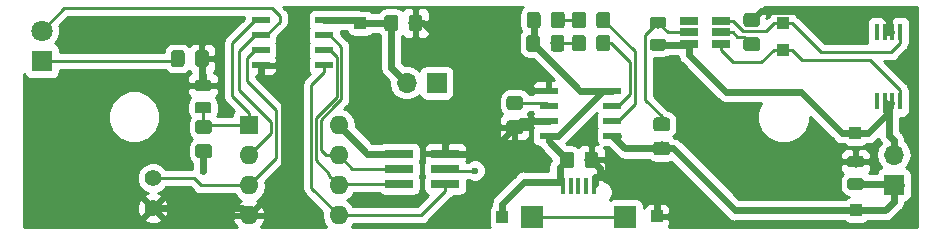
<source format=gbr>
G04 #@! TF.GenerationSoftware,KiCad,Pcbnew,(5.0.1)-4*
G04 #@! TF.CreationDate,2019-10-30T18:23:07+01:00*
G04 #@! TF.ProjectId,PCB,5043422E6B696361645F706362000000,rev?*
G04 #@! TF.SameCoordinates,Original*
G04 #@! TF.FileFunction,Copper,L1,Top,Signal*
G04 #@! TF.FilePolarity,Positive*
%FSLAX46Y46*%
G04 Gerber Fmt 4.6, Leading zero omitted, Abs format (unit mm)*
G04 Created by KiCad (PCBNEW (5.0.1)-4) date 30/10/2019 18:23:07*
%MOMM*%
%LPD*%
G01*
G04 APERTURE LIST*
G04 #@! TA.AperFunction,ComponentPad*
%ADD10C,1.400000*%
G04 #@! TD*
G04 #@! TA.AperFunction,Conductor*
%ADD11C,0.100000*%
G04 #@! TD*
G04 #@! TA.AperFunction,SMDPad,CuDef*
%ADD12C,1.150000*%
G04 #@! TD*
G04 #@! TA.AperFunction,SMDPad,CuDef*
%ADD13C,0.975000*%
G04 #@! TD*
G04 #@! TA.AperFunction,SMDPad,CuDef*
%ADD14R,0.400000X1.350000*%
G04 #@! TD*
G04 #@! TA.AperFunction,SMDPad,CuDef*
%ADD15R,1.900000X1.900000*%
G04 #@! TD*
G04 #@! TA.AperFunction,SMDPad,CuDef*
%ADD16R,2.400000X0.740000*%
G04 #@! TD*
G04 #@! TA.AperFunction,SMDPad,CuDef*
%ADD17R,0.450000X1.450000*%
G04 #@! TD*
G04 #@! TA.AperFunction,SMDPad,CuDef*
%ADD18R,1.000000X1.000000*%
G04 #@! TD*
G04 #@! TA.AperFunction,SMDPad,CuDef*
%ADD19R,1.550000X0.600000*%
G04 #@! TD*
G04 #@! TA.AperFunction,SMDPad,CuDef*
%ADD20R,1.560000X0.650000*%
G04 #@! TD*
G04 #@! TA.AperFunction,ComponentPad*
%ADD21R,1.600000X1.600000*%
G04 #@! TD*
G04 #@! TA.AperFunction,ComponentPad*
%ADD22O,1.600000X1.600000*%
G04 #@! TD*
G04 #@! TA.AperFunction,ComponentPad*
%ADD23R,1.800000X1.800000*%
G04 #@! TD*
G04 #@! TA.AperFunction,ComponentPad*
%ADD24C,1.800000*%
G04 #@! TD*
G04 #@! TA.AperFunction,ComponentPad*
%ADD25O,1.700000X1.700000*%
G04 #@! TD*
G04 #@! TA.AperFunction,ComponentPad*
%ADD26R,1.700000X1.700000*%
G04 #@! TD*
G04 #@! TA.AperFunction,ViaPad*
%ADD27C,0.600000*%
G04 #@! TD*
G04 #@! TA.AperFunction,Conductor*
%ADD28C,0.600000*%
G04 #@! TD*
G04 #@! TA.AperFunction,Conductor*
%ADD29C,0.250000*%
G04 #@! TD*
G04 #@! TA.AperFunction,Conductor*
%ADD30C,0.254000*%
G04 #@! TD*
G04 APERTURE END LIST*
D10*
G04 #@! TO.P,BZ1,1*
G04 #@! TO.N,BUZZ*
X111594900Y-115189000D03*
G04 #@! TO.P,BZ1,2*
G04 #@! TO.N,GND*
X111594900Y-117729000D03*
G04 #@! TD*
D11*
G04 #@! TO.N,Net-(C1-Pad1)*
G04 #@! TO.C,C1*
G36*
X147025505Y-112940804D02*
X147049773Y-112944404D01*
X147073572Y-112950365D01*
X147096671Y-112958630D01*
X147118850Y-112969120D01*
X147139893Y-112981732D01*
X147159599Y-112996347D01*
X147177777Y-113012823D01*
X147194253Y-113031001D01*
X147208868Y-113050707D01*
X147221480Y-113071750D01*
X147231970Y-113093929D01*
X147240235Y-113117028D01*
X147246196Y-113140827D01*
X147249796Y-113165095D01*
X147251000Y-113189599D01*
X147251000Y-114089601D01*
X147249796Y-114114105D01*
X147246196Y-114138373D01*
X147240235Y-114162172D01*
X147231970Y-114185271D01*
X147221480Y-114207450D01*
X147208868Y-114228493D01*
X147194253Y-114248199D01*
X147177777Y-114266377D01*
X147159599Y-114282853D01*
X147139893Y-114297468D01*
X147118850Y-114310080D01*
X147096671Y-114320570D01*
X147073572Y-114328835D01*
X147049773Y-114334796D01*
X147025505Y-114338396D01*
X147001001Y-114339600D01*
X146350999Y-114339600D01*
X146326495Y-114338396D01*
X146302227Y-114334796D01*
X146278428Y-114328835D01*
X146255329Y-114320570D01*
X146233150Y-114310080D01*
X146212107Y-114297468D01*
X146192401Y-114282853D01*
X146174223Y-114266377D01*
X146157747Y-114248199D01*
X146143132Y-114228493D01*
X146130520Y-114207450D01*
X146120030Y-114185271D01*
X146111765Y-114162172D01*
X146105804Y-114138373D01*
X146102204Y-114114105D01*
X146101000Y-114089601D01*
X146101000Y-113189599D01*
X146102204Y-113165095D01*
X146105804Y-113140827D01*
X146111765Y-113117028D01*
X146120030Y-113093929D01*
X146130520Y-113071750D01*
X146143132Y-113050707D01*
X146157747Y-113031001D01*
X146174223Y-113012823D01*
X146192401Y-112996347D01*
X146212107Y-112981732D01*
X146233150Y-112969120D01*
X146255329Y-112958630D01*
X146278428Y-112950365D01*
X146302227Y-112944404D01*
X146326495Y-112940804D01*
X146350999Y-112939600D01*
X147001001Y-112939600D01*
X147025505Y-112940804D01*
X147025505Y-112940804D01*
G37*
D12*
G04 #@! TD*
G04 #@! TO.P,C1,1*
G04 #@! TO.N,Net-(C1-Pad1)*
X146676000Y-113639600D03*
D11*
G04 #@! TO.N,GND*
G04 #@! TO.C,C1*
G36*
X149075505Y-112940804D02*
X149099773Y-112944404D01*
X149123572Y-112950365D01*
X149146671Y-112958630D01*
X149168850Y-112969120D01*
X149189893Y-112981732D01*
X149209599Y-112996347D01*
X149227777Y-113012823D01*
X149244253Y-113031001D01*
X149258868Y-113050707D01*
X149271480Y-113071750D01*
X149281970Y-113093929D01*
X149290235Y-113117028D01*
X149296196Y-113140827D01*
X149299796Y-113165095D01*
X149301000Y-113189599D01*
X149301000Y-114089601D01*
X149299796Y-114114105D01*
X149296196Y-114138373D01*
X149290235Y-114162172D01*
X149281970Y-114185271D01*
X149271480Y-114207450D01*
X149258868Y-114228493D01*
X149244253Y-114248199D01*
X149227777Y-114266377D01*
X149209599Y-114282853D01*
X149189893Y-114297468D01*
X149168850Y-114310080D01*
X149146671Y-114320570D01*
X149123572Y-114328835D01*
X149099773Y-114334796D01*
X149075505Y-114338396D01*
X149051001Y-114339600D01*
X148400999Y-114339600D01*
X148376495Y-114338396D01*
X148352227Y-114334796D01*
X148328428Y-114328835D01*
X148305329Y-114320570D01*
X148283150Y-114310080D01*
X148262107Y-114297468D01*
X148242401Y-114282853D01*
X148224223Y-114266377D01*
X148207747Y-114248199D01*
X148193132Y-114228493D01*
X148180520Y-114207450D01*
X148170030Y-114185271D01*
X148161765Y-114162172D01*
X148155804Y-114138373D01*
X148152204Y-114114105D01*
X148151000Y-114089601D01*
X148151000Y-113189599D01*
X148152204Y-113165095D01*
X148155804Y-113140827D01*
X148161765Y-113117028D01*
X148170030Y-113093929D01*
X148180520Y-113071750D01*
X148193132Y-113050707D01*
X148207747Y-113031001D01*
X148224223Y-113012823D01*
X148242401Y-112996347D01*
X148262107Y-112981732D01*
X148283150Y-112969120D01*
X148305329Y-112958630D01*
X148328428Y-112950365D01*
X148352227Y-112944404D01*
X148376495Y-112940804D01*
X148400999Y-112939600D01*
X149051001Y-112939600D01*
X149075505Y-112940804D01*
X149075505Y-112940804D01*
G37*
D12*
G04 #@! TD*
G04 #@! TO.P,C1,2*
G04 #@! TO.N,GND*
X148726000Y-113639600D03*
D11*
G04 #@! TO.N,Net-(C2-Pad1)*
G04 #@! TO.C,C2*
G36*
X154835942Y-101532774D02*
X154859603Y-101536284D01*
X154882807Y-101542096D01*
X154905329Y-101550154D01*
X154926953Y-101560382D01*
X154947470Y-101572679D01*
X154966683Y-101586929D01*
X154984407Y-101602993D01*
X155000471Y-101620717D01*
X155014721Y-101639930D01*
X155027018Y-101660447D01*
X155037246Y-101682071D01*
X155045304Y-101704593D01*
X155051116Y-101727797D01*
X155054626Y-101751458D01*
X155055800Y-101775350D01*
X155055800Y-102262850D01*
X155054626Y-102286742D01*
X155051116Y-102310403D01*
X155045304Y-102333607D01*
X155037246Y-102356129D01*
X155027018Y-102377753D01*
X155014721Y-102398270D01*
X155000471Y-102417483D01*
X154984407Y-102435207D01*
X154966683Y-102451271D01*
X154947470Y-102465521D01*
X154926953Y-102477818D01*
X154905329Y-102488046D01*
X154882807Y-102496104D01*
X154859603Y-102501916D01*
X154835942Y-102505426D01*
X154812050Y-102506600D01*
X153899550Y-102506600D01*
X153875658Y-102505426D01*
X153851997Y-102501916D01*
X153828793Y-102496104D01*
X153806271Y-102488046D01*
X153784647Y-102477818D01*
X153764130Y-102465521D01*
X153744917Y-102451271D01*
X153727193Y-102435207D01*
X153711129Y-102417483D01*
X153696879Y-102398270D01*
X153684582Y-102377753D01*
X153674354Y-102356129D01*
X153666296Y-102333607D01*
X153660484Y-102310403D01*
X153656974Y-102286742D01*
X153655800Y-102262850D01*
X153655800Y-101775350D01*
X153656974Y-101751458D01*
X153660484Y-101727797D01*
X153666296Y-101704593D01*
X153674354Y-101682071D01*
X153684582Y-101660447D01*
X153696879Y-101639930D01*
X153711129Y-101620717D01*
X153727193Y-101602993D01*
X153744917Y-101586929D01*
X153764130Y-101572679D01*
X153784647Y-101560382D01*
X153806271Y-101550154D01*
X153828793Y-101542096D01*
X153851997Y-101536284D01*
X153875658Y-101532774D01*
X153899550Y-101531600D01*
X154812050Y-101531600D01*
X154835942Y-101532774D01*
X154835942Y-101532774D01*
G37*
D13*
G04 #@! TD*
G04 #@! TO.P,C2,1*
G04 #@! TO.N,Net-(C2-Pad1)*
X154355800Y-102019100D03*
D11*
G04 #@! TO.N,BAT-*
G04 #@! TO.C,C2*
G36*
X154835942Y-103407774D02*
X154859603Y-103411284D01*
X154882807Y-103417096D01*
X154905329Y-103425154D01*
X154926953Y-103435382D01*
X154947470Y-103447679D01*
X154966683Y-103461929D01*
X154984407Y-103477993D01*
X155000471Y-103495717D01*
X155014721Y-103514930D01*
X155027018Y-103535447D01*
X155037246Y-103557071D01*
X155045304Y-103579593D01*
X155051116Y-103602797D01*
X155054626Y-103626458D01*
X155055800Y-103650350D01*
X155055800Y-104137850D01*
X155054626Y-104161742D01*
X155051116Y-104185403D01*
X155045304Y-104208607D01*
X155037246Y-104231129D01*
X155027018Y-104252753D01*
X155014721Y-104273270D01*
X155000471Y-104292483D01*
X154984407Y-104310207D01*
X154966683Y-104326271D01*
X154947470Y-104340521D01*
X154926953Y-104352818D01*
X154905329Y-104363046D01*
X154882807Y-104371104D01*
X154859603Y-104376916D01*
X154835942Y-104380426D01*
X154812050Y-104381600D01*
X153899550Y-104381600D01*
X153875658Y-104380426D01*
X153851997Y-104376916D01*
X153828793Y-104371104D01*
X153806271Y-104363046D01*
X153784647Y-104352818D01*
X153764130Y-104340521D01*
X153744917Y-104326271D01*
X153727193Y-104310207D01*
X153711129Y-104292483D01*
X153696879Y-104273270D01*
X153684582Y-104252753D01*
X153674354Y-104231129D01*
X153666296Y-104208607D01*
X153660484Y-104185403D01*
X153656974Y-104161742D01*
X153655800Y-104137850D01*
X153655800Y-103650350D01*
X153656974Y-103626458D01*
X153660484Y-103602797D01*
X153666296Y-103579593D01*
X153674354Y-103557071D01*
X153684582Y-103535447D01*
X153696879Y-103514930D01*
X153711129Y-103495717D01*
X153727193Y-103477993D01*
X153744917Y-103461929D01*
X153764130Y-103447679D01*
X153784647Y-103435382D01*
X153806271Y-103425154D01*
X153828793Y-103417096D01*
X153851997Y-103411284D01*
X153875658Y-103407774D01*
X153899550Y-103406600D01*
X154812050Y-103406600D01*
X154835942Y-103407774D01*
X154835942Y-103407774D01*
G37*
D13*
G04 #@! TD*
G04 #@! TO.P,C2,2*
G04 #@! TO.N,BAT-*
X154355800Y-103894100D03*
D11*
G04 #@! TO.N,GND*
G04 #@! TO.C,C3*
G36*
X171574542Y-113310274D02*
X171598203Y-113313784D01*
X171621407Y-113319596D01*
X171643929Y-113327654D01*
X171665553Y-113337882D01*
X171686070Y-113350179D01*
X171705283Y-113364429D01*
X171723007Y-113380493D01*
X171739071Y-113398217D01*
X171753321Y-113417430D01*
X171765618Y-113437947D01*
X171775846Y-113459571D01*
X171783904Y-113482093D01*
X171789716Y-113505297D01*
X171793226Y-113528958D01*
X171794400Y-113552850D01*
X171794400Y-114040350D01*
X171793226Y-114064242D01*
X171789716Y-114087903D01*
X171783904Y-114111107D01*
X171775846Y-114133629D01*
X171765618Y-114155253D01*
X171753321Y-114175770D01*
X171739071Y-114194983D01*
X171723007Y-114212707D01*
X171705283Y-114228771D01*
X171686070Y-114243021D01*
X171665553Y-114255318D01*
X171643929Y-114265546D01*
X171621407Y-114273604D01*
X171598203Y-114279416D01*
X171574542Y-114282926D01*
X171550650Y-114284100D01*
X170638150Y-114284100D01*
X170614258Y-114282926D01*
X170590597Y-114279416D01*
X170567393Y-114273604D01*
X170544871Y-114265546D01*
X170523247Y-114255318D01*
X170502730Y-114243021D01*
X170483517Y-114228771D01*
X170465793Y-114212707D01*
X170449729Y-114194983D01*
X170435479Y-114175770D01*
X170423182Y-114155253D01*
X170412954Y-114133629D01*
X170404896Y-114111107D01*
X170399084Y-114087903D01*
X170395574Y-114064242D01*
X170394400Y-114040350D01*
X170394400Y-113552850D01*
X170395574Y-113528958D01*
X170399084Y-113505297D01*
X170404896Y-113482093D01*
X170412954Y-113459571D01*
X170423182Y-113437947D01*
X170435479Y-113417430D01*
X170449729Y-113398217D01*
X170465793Y-113380493D01*
X170483517Y-113364429D01*
X170502730Y-113350179D01*
X170523247Y-113337882D01*
X170544871Y-113327654D01*
X170567393Y-113319596D01*
X170590597Y-113313784D01*
X170614258Y-113310274D01*
X170638150Y-113309100D01*
X171550650Y-113309100D01*
X171574542Y-113310274D01*
X171574542Y-113310274D01*
G37*
D13*
G04 #@! TD*
G04 #@! TO.P,C3,2*
G04 #@! TO.N,GND*
X171094400Y-113796600D03*
D11*
G04 #@! TO.N,BAT+*
G04 #@! TO.C,C3*
G36*
X171574542Y-115185274D02*
X171598203Y-115188784D01*
X171621407Y-115194596D01*
X171643929Y-115202654D01*
X171665553Y-115212882D01*
X171686070Y-115225179D01*
X171705283Y-115239429D01*
X171723007Y-115255493D01*
X171739071Y-115273217D01*
X171753321Y-115292430D01*
X171765618Y-115312947D01*
X171775846Y-115334571D01*
X171783904Y-115357093D01*
X171789716Y-115380297D01*
X171793226Y-115403958D01*
X171794400Y-115427850D01*
X171794400Y-115915350D01*
X171793226Y-115939242D01*
X171789716Y-115962903D01*
X171783904Y-115986107D01*
X171775846Y-116008629D01*
X171765618Y-116030253D01*
X171753321Y-116050770D01*
X171739071Y-116069983D01*
X171723007Y-116087707D01*
X171705283Y-116103771D01*
X171686070Y-116118021D01*
X171665553Y-116130318D01*
X171643929Y-116140546D01*
X171621407Y-116148604D01*
X171598203Y-116154416D01*
X171574542Y-116157926D01*
X171550650Y-116159100D01*
X170638150Y-116159100D01*
X170614258Y-116157926D01*
X170590597Y-116154416D01*
X170567393Y-116148604D01*
X170544871Y-116140546D01*
X170523247Y-116130318D01*
X170502730Y-116118021D01*
X170483517Y-116103771D01*
X170465793Y-116087707D01*
X170449729Y-116069983D01*
X170435479Y-116050770D01*
X170423182Y-116030253D01*
X170412954Y-116008629D01*
X170404896Y-115986107D01*
X170399084Y-115962903D01*
X170395574Y-115939242D01*
X170394400Y-115915350D01*
X170394400Y-115427850D01*
X170395574Y-115403958D01*
X170399084Y-115380297D01*
X170404896Y-115357093D01*
X170412954Y-115334571D01*
X170423182Y-115312947D01*
X170435479Y-115292430D01*
X170449729Y-115273217D01*
X170465793Y-115255493D01*
X170483517Y-115239429D01*
X170502730Y-115225179D01*
X170523247Y-115212882D01*
X170544871Y-115202654D01*
X170567393Y-115194596D01*
X170590597Y-115188784D01*
X170614258Y-115185274D01*
X170638150Y-115184100D01*
X171550650Y-115184100D01*
X171574542Y-115185274D01*
X171574542Y-115185274D01*
G37*
D13*
G04 #@! TD*
G04 #@! TO.P,C3,1*
G04 #@! TO.N,BAT+*
X171094400Y-115671600D03*
D11*
G04 #@! TO.N,RST*
G04 #@! TO.C,C4*
G36*
X116329542Y-108729074D02*
X116353203Y-108732584D01*
X116376407Y-108738396D01*
X116398929Y-108746454D01*
X116420553Y-108756682D01*
X116441070Y-108768979D01*
X116460283Y-108783229D01*
X116478007Y-108799293D01*
X116494071Y-108817017D01*
X116508321Y-108836230D01*
X116520618Y-108856747D01*
X116530846Y-108878371D01*
X116538904Y-108900893D01*
X116544716Y-108924097D01*
X116548226Y-108947758D01*
X116549400Y-108971650D01*
X116549400Y-109459150D01*
X116548226Y-109483042D01*
X116544716Y-109506703D01*
X116538904Y-109529907D01*
X116530846Y-109552429D01*
X116520618Y-109574053D01*
X116508321Y-109594570D01*
X116494071Y-109613783D01*
X116478007Y-109631507D01*
X116460283Y-109647571D01*
X116441070Y-109661821D01*
X116420553Y-109674118D01*
X116398929Y-109684346D01*
X116376407Y-109692404D01*
X116353203Y-109698216D01*
X116329542Y-109701726D01*
X116305650Y-109702900D01*
X115393150Y-109702900D01*
X115369258Y-109701726D01*
X115345597Y-109698216D01*
X115322393Y-109692404D01*
X115299871Y-109684346D01*
X115278247Y-109674118D01*
X115257730Y-109661821D01*
X115238517Y-109647571D01*
X115220793Y-109631507D01*
X115204729Y-109613783D01*
X115190479Y-109594570D01*
X115178182Y-109574053D01*
X115167954Y-109552429D01*
X115159896Y-109529907D01*
X115154084Y-109506703D01*
X115150574Y-109483042D01*
X115149400Y-109459150D01*
X115149400Y-108971650D01*
X115150574Y-108947758D01*
X115154084Y-108924097D01*
X115159896Y-108900893D01*
X115167954Y-108878371D01*
X115178182Y-108856747D01*
X115190479Y-108836230D01*
X115204729Y-108817017D01*
X115220793Y-108799293D01*
X115238517Y-108783229D01*
X115257730Y-108768979D01*
X115278247Y-108756682D01*
X115299871Y-108746454D01*
X115322393Y-108738396D01*
X115345597Y-108732584D01*
X115369258Y-108729074D01*
X115393150Y-108727900D01*
X116305650Y-108727900D01*
X116329542Y-108729074D01*
X116329542Y-108729074D01*
G37*
D13*
G04 #@! TD*
G04 #@! TO.P,C4,1*
G04 #@! TO.N,RST*
X115849400Y-109215400D03*
D11*
G04 #@! TO.N,GND*
G04 #@! TO.C,C4*
G36*
X116329542Y-106854074D02*
X116353203Y-106857584D01*
X116376407Y-106863396D01*
X116398929Y-106871454D01*
X116420553Y-106881682D01*
X116441070Y-106893979D01*
X116460283Y-106908229D01*
X116478007Y-106924293D01*
X116494071Y-106942017D01*
X116508321Y-106961230D01*
X116520618Y-106981747D01*
X116530846Y-107003371D01*
X116538904Y-107025893D01*
X116544716Y-107049097D01*
X116548226Y-107072758D01*
X116549400Y-107096650D01*
X116549400Y-107584150D01*
X116548226Y-107608042D01*
X116544716Y-107631703D01*
X116538904Y-107654907D01*
X116530846Y-107677429D01*
X116520618Y-107699053D01*
X116508321Y-107719570D01*
X116494071Y-107738783D01*
X116478007Y-107756507D01*
X116460283Y-107772571D01*
X116441070Y-107786821D01*
X116420553Y-107799118D01*
X116398929Y-107809346D01*
X116376407Y-107817404D01*
X116353203Y-107823216D01*
X116329542Y-107826726D01*
X116305650Y-107827900D01*
X115393150Y-107827900D01*
X115369258Y-107826726D01*
X115345597Y-107823216D01*
X115322393Y-107817404D01*
X115299871Y-107809346D01*
X115278247Y-107799118D01*
X115257730Y-107786821D01*
X115238517Y-107772571D01*
X115220793Y-107756507D01*
X115204729Y-107738783D01*
X115190479Y-107719570D01*
X115178182Y-107699053D01*
X115167954Y-107677429D01*
X115159896Y-107654907D01*
X115154084Y-107631703D01*
X115150574Y-107608042D01*
X115149400Y-107584150D01*
X115149400Y-107096650D01*
X115150574Y-107072758D01*
X115154084Y-107049097D01*
X115159896Y-107025893D01*
X115167954Y-107003371D01*
X115178182Y-106981747D01*
X115190479Y-106961230D01*
X115204729Y-106942017D01*
X115220793Y-106924293D01*
X115238517Y-106908229D01*
X115257730Y-106893979D01*
X115278247Y-106881682D01*
X115299871Y-106871454D01*
X115322393Y-106863396D01*
X115345597Y-106857584D01*
X115369258Y-106854074D01*
X115393150Y-106852900D01*
X116305650Y-106852900D01*
X116329542Y-106854074D01*
X116329542Y-106854074D01*
G37*
D13*
G04 #@! TD*
G04 #@! TO.P,C4,2*
G04 #@! TO.N,GND*
X115849400Y-107340400D03*
D11*
G04 #@! TO.N,Net-(D1-Pad1)*
G04 #@! TO.C,D1*
G36*
X146196305Y-103072904D02*
X146220573Y-103076504D01*
X146244372Y-103082465D01*
X146267471Y-103090730D01*
X146289650Y-103101220D01*
X146310693Y-103113832D01*
X146330399Y-103128447D01*
X146348577Y-103144923D01*
X146365053Y-103163101D01*
X146379668Y-103182807D01*
X146392280Y-103203850D01*
X146402770Y-103226029D01*
X146411035Y-103249128D01*
X146416996Y-103272927D01*
X146420596Y-103297195D01*
X146421800Y-103321699D01*
X146421800Y-104221701D01*
X146420596Y-104246205D01*
X146416996Y-104270473D01*
X146411035Y-104294272D01*
X146402770Y-104317371D01*
X146392280Y-104339550D01*
X146379668Y-104360593D01*
X146365053Y-104380299D01*
X146348577Y-104398477D01*
X146330399Y-104414953D01*
X146310693Y-104429568D01*
X146289650Y-104442180D01*
X146267471Y-104452670D01*
X146244372Y-104460935D01*
X146220573Y-104466896D01*
X146196305Y-104470496D01*
X146171801Y-104471700D01*
X145521799Y-104471700D01*
X145497295Y-104470496D01*
X145473027Y-104466896D01*
X145449228Y-104460935D01*
X145426129Y-104452670D01*
X145403950Y-104442180D01*
X145382907Y-104429568D01*
X145363201Y-104414953D01*
X145345023Y-104398477D01*
X145328547Y-104380299D01*
X145313932Y-104360593D01*
X145301320Y-104339550D01*
X145290830Y-104317371D01*
X145282565Y-104294272D01*
X145276604Y-104270473D01*
X145273004Y-104246205D01*
X145271800Y-104221701D01*
X145271800Y-103321699D01*
X145273004Y-103297195D01*
X145276604Y-103272927D01*
X145282565Y-103249128D01*
X145290830Y-103226029D01*
X145301320Y-103203850D01*
X145313932Y-103182807D01*
X145328547Y-103163101D01*
X145345023Y-103144923D01*
X145363201Y-103128447D01*
X145382907Y-103113832D01*
X145403950Y-103101220D01*
X145426129Y-103090730D01*
X145449228Y-103082465D01*
X145473027Y-103076504D01*
X145497295Y-103072904D01*
X145521799Y-103071700D01*
X146171801Y-103071700D01*
X146196305Y-103072904D01*
X146196305Y-103072904D01*
G37*
D12*
G04 #@! TD*
G04 #@! TO.P,D1,1*
G04 #@! TO.N,Net-(D1-Pad1)*
X145846800Y-103771700D03*
D11*
G04 #@! TO.N,Net-(C1-Pad1)*
G04 #@! TO.C,D1*
G36*
X144146305Y-103072904D02*
X144170573Y-103076504D01*
X144194372Y-103082465D01*
X144217471Y-103090730D01*
X144239650Y-103101220D01*
X144260693Y-103113832D01*
X144280399Y-103128447D01*
X144298577Y-103144923D01*
X144315053Y-103163101D01*
X144329668Y-103182807D01*
X144342280Y-103203850D01*
X144352770Y-103226029D01*
X144361035Y-103249128D01*
X144366996Y-103272927D01*
X144370596Y-103297195D01*
X144371800Y-103321699D01*
X144371800Y-104221701D01*
X144370596Y-104246205D01*
X144366996Y-104270473D01*
X144361035Y-104294272D01*
X144352770Y-104317371D01*
X144342280Y-104339550D01*
X144329668Y-104360593D01*
X144315053Y-104380299D01*
X144298577Y-104398477D01*
X144280399Y-104414953D01*
X144260693Y-104429568D01*
X144239650Y-104442180D01*
X144217471Y-104452670D01*
X144194372Y-104460935D01*
X144170573Y-104466896D01*
X144146305Y-104470496D01*
X144121801Y-104471700D01*
X143471799Y-104471700D01*
X143447295Y-104470496D01*
X143423027Y-104466896D01*
X143399228Y-104460935D01*
X143376129Y-104452670D01*
X143353950Y-104442180D01*
X143332907Y-104429568D01*
X143313201Y-104414953D01*
X143295023Y-104398477D01*
X143278547Y-104380299D01*
X143263932Y-104360593D01*
X143251320Y-104339550D01*
X143240830Y-104317371D01*
X143232565Y-104294272D01*
X143226604Y-104270473D01*
X143223004Y-104246205D01*
X143221800Y-104221701D01*
X143221800Y-103321699D01*
X143223004Y-103297195D01*
X143226604Y-103272927D01*
X143232565Y-103249128D01*
X143240830Y-103226029D01*
X143251320Y-103203850D01*
X143263932Y-103182807D01*
X143278547Y-103163101D01*
X143295023Y-103144923D01*
X143313201Y-103128447D01*
X143332907Y-103113832D01*
X143353950Y-103101220D01*
X143376129Y-103090730D01*
X143399228Y-103082465D01*
X143423027Y-103076504D01*
X143447295Y-103072904D01*
X143471799Y-103071700D01*
X144121801Y-103071700D01*
X144146305Y-103072904D01*
X144146305Y-103072904D01*
G37*
D12*
G04 #@! TD*
G04 #@! TO.P,D1,2*
G04 #@! TO.N,Net-(C1-Pad1)*
X143796800Y-103771700D03*
D11*
G04 #@! TO.N,Net-(C1-Pad1)*
G04 #@! TO.C,D2*
G36*
X144197105Y-101091704D02*
X144221373Y-101095304D01*
X144245172Y-101101265D01*
X144268271Y-101109530D01*
X144290450Y-101120020D01*
X144311493Y-101132632D01*
X144331199Y-101147247D01*
X144349377Y-101163723D01*
X144365853Y-101181901D01*
X144380468Y-101201607D01*
X144393080Y-101222650D01*
X144403570Y-101244829D01*
X144411835Y-101267928D01*
X144417796Y-101291727D01*
X144421396Y-101315995D01*
X144422600Y-101340499D01*
X144422600Y-102240501D01*
X144421396Y-102265005D01*
X144417796Y-102289273D01*
X144411835Y-102313072D01*
X144403570Y-102336171D01*
X144393080Y-102358350D01*
X144380468Y-102379393D01*
X144365853Y-102399099D01*
X144349377Y-102417277D01*
X144331199Y-102433753D01*
X144311493Y-102448368D01*
X144290450Y-102460980D01*
X144268271Y-102471470D01*
X144245172Y-102479735D01*
X144221373Y-102485696D01*
X144197105Y-102489296D01*
X144172601Y-102490500D01*
X143522599Y-102490500D01*
X143498095Y-102489296D01*
X143473827Y-102485696D01*
X143450028Y-102479735D01*
X143426929Y-102471470D01*
X143404750Y-102460980D01*
X143383707Y-102448368D01*
X143364001Y-102433753D01*
X143345823Y-102417277D01*
X143329347Y-102399099D01*
X143314732Y-102379393D01*
X143302120Y-102358350D01*
X143291630Y-102336171D01*
X143283365Y-102313072D01*
X143277404Y-102289273D01*
X143273804Y-102265005D01*
X143272600Y-102240501D01*
X143272600Y-101340499D01*
X143273804Y-101315995D01*
X143277404Y-101291727D01*
X143283365Y-101267928D01*
X143291630Y-101244829D01*
X143302120Y-101222650D01*
X143314732Y-101201607D01*
X143329347Y-101181901D01*
X143345823Y-101163723D01*
X143364001Y-101147247D01*
X143383707Y-101132632D01*
X143404750Y-101120020D01*
X143426929Y-101109530D01*
X143450028Y-101101265D01*
X143473827Y-101095304D01*
X143498095Y-101091704D01*
X143522599Y-101090500D01*
X144172601Y-101090500D01*
X144197105Y-101091704D01*
X144197105Y-101091704D01*
G37*
D12*
G04 #@! TD*
G04 #@! TO.P,D2,2*
G04 #@! TO.N,Net-(C1-Pad1)*
X143847600Y-101790500D03*
D11*
G04 #@! TO.N,Net-(D2-Pad1)*
G04 #@! TO.C,D2*
G36*
X146247105Y-101091704D02*
X146271373Y-101095304D01*
X146295172Y-101101265D01*
X146318271Y-101109530D01*
X146340450Y-101120020D01*
X146361493Y-101132632D01*
X146381199Y-101147247D01*
X146399377Y-101163723D01*
X146415853Y-101181901D01*
X146430468Y-101201607D01*
X146443080Y-101222650D01*
X146453570Y-101244829D01*
X146461835Y-101267928D01*
X146467796Y-101291727D01*
X146471396Y-101315995D01*
X146472600Y-101340499D01*
X146472600Y-102240501D01*
X146471396Y-102265005D01*
X146467796Y-102289273D01*
X146461835Y-102313072D01*
X146453570Y-102336171D01*
X146443080Y-102358350D01*
X146430468Y-102379393D01*
X146415853Y-102399099D01*
X146399377Y-102417277D01*
X146381199Y-102433753D01*
X146361493Y-102448368D01*
X146340450Y-102460980D01*
X146318271Y-102471470D01*
X146295172Y-102479735D01*
X146271373Y-102485696D01*
X146247105Y-102489296D01*
X146222601Y-102490500D01*
X145572599Y-102490500D01*
X145548095Y-102489296D01*
X145523827Y-102485696D01*
X145500028Y-102479735D01*
X145476929Y-102471470D01*
X145454750Y-102460980D01*
X145433707Y-102448368D01*
X145414001Y-102433753D01*
X145395823Y-102417277D01*
X145379347Y-102399099D01*
X145364732Y-102379393D01*
X145352120Y-102358350D01*
X145341630Y-102336171D01*
X145333365Y-102313072D01*
X145327404Y-102289273D01*
X145323804Y-102265005D01*
X145322600Y-102240501D01*
X145322600Y-101340499D01*
X145323804Y-101315995D01*
X145327404Y-101291727D01*
X145333365Y-101267928D01*
X145341630Y-101244829D01*
X145352120Y-101222650D01*
X145364732Y-101201607D01*
X145379347Y-101181901D01*
X145395823Y-101163723D01*
X145414001Y-101147247D01*
X145433707Y-101132632D01*
X145454750Y-101120020D01*
X145476929Y-101109530D01*
X145500028Y-101101265D01*
X145523827Y-101095304D01*
X145548095Y-101091704D01*
X145572599Y-101090500D01*
X146222601Y-101090500D01*
X146247105Y-101091704D01*
X146247105Y-101091704D01*
G37*
D12*
G04 #@! TD*
G04 #@! TO.P,D2,1*
G04 #@! TO.N,Net-(D2-Pad1)*
X145897600Y-101790500D03*
D14*
G04 #@! TO.P,J1,5*
G04 #@! TO.N,GND*
X148924800Y-115816000D03*
G04 #@! TO.P,J1,4*
G04 #@! TO.N,Net-(J1-Pad4)*
X148274800Y-115816000D03*
G04 #@! TO.P,J1,1*
G04 #@! TO.N,Net-(C1-Pad1)*
X146324800Y-115816000D03*
G04 #@! TO.P,J1,2*
G04 #@! TO.N,Net-(J1-Pad2)*
X146974800Y-115816000D03*
G04 #@! TO.P,J1,3*
G04 #@! TO.N,Net-(J1-Pad3)*
X147624800Y-115816000D03*
D15*
G04 #@! TO.P,J1,6*
G04 #@! TO.N,Net-(J1-Pad6)*
X143674800Y-118491000D03*
X151574800Y-118491000D03*
G04 #@! TD*
D16*
G04 #@! TO.P,J2,1*
G04 #@! TO.N,VCC*
X132461000Y-113131600D03*
G04 #@! TO.P,J2,2*
G04 #@! TO.N,GND*
X136361000Y-113131600D03*
G04 #@! TO.P,J2,3*
G04 #@! TO.N,SCK*
X132461000Y-114401600D03*
G04 #@! TO.P,J2,4*
G04 #@! TO.N,RST*
X136361000Y-114401600D03*
G04 #@! TO.P,J2,5*
G04 #@! TO.N,MISO*
X132461000Y-115671600D03*
G04 #@! TO.P,J2,6*
G04 #@! TO.N,MOSI*
X136361000Y-115671600D03*
G04 #@! TD*
D17*
G04 #@! TO.P,Q1,1*
G04 #@! TO.N,Net-(Q1-Pad1)*
X172913400Y-108690200D03*
G04 #@! TO.P,Q1,2*
G04 #@! TO.N,BAT-*
X173563400Y-108690200D03*
G04 #@! TO.P,Q1,3*
X174213400Y-108690200D03*
G04 #@! TO.P,Q1,4*
G04 #@! TO.N,OD*
X174863400Y-108690200D03*
G04 #@! TO.P,Q1,5*
G04 #@! TO.N,OC*
X174863400Y-102790200D03*
G04 #@! TO.P,Q1,6*
G04 #@! TO.N,GND*
X174213400Y-102790200D03*
G04 #@! TO.P,Q1,7*
X173563400Y-102790200D03*
G04 #@! TO.P,Q1,8*
G04 #@! TO.N,Net-(Q1-Pad8)*
X172913400Y-102790200D03*
G04 #@! TD*
D11*
G04 #@! TO.N,Net-(D1-Pad1)*
G04 #@! TO.C,R1*
G36*
X148028805Y-103060204D02*
X148053073Y-103063804D01*
X148076872Y-103069765D01*
X148099971Y-103078030D01*
X148122150Y-103088520D01*
X148143193Y-103101132D01*
X148162899Y-103115747D01*
X148181077Y-103132223D01*
X148197553Y-103150401D01*
X148212168Y-103170107D01*
X148224780Y-103191150D01*
X148235270Y-103213329D01*
X148243535Y-103236428D01*
X148249496Y-103260227D01*
X148253096Y-103284495D01*
X148254300Y-103308999D01*
X148254300Y-104209001D01*
X148253096Y-104233505D01*
X148249496Y-104257773D01*
X148243535Y-104281572D01*
X148235270Y-104304671D01*
X148224780Y-104326850D01*
X148212168Y-104347893D01*
X148197553Y-104367599D01*
X148181077Y-104385777D01*
X148162899Y-104402253D01*
X148143193Y-104416868D01*
X148122150Y-104429480D01*
X148099971Y-104439970D01*
X148076872Y-104448235D01*
X148053073Y-104454196D01*
X148028805Y-104457796D01*
X148004301Y-104459000D01*
X147354299Y-104459000D01*
X147329795Y-104457796D01*
X147305527Y-104454196D01*
X147281728Y-104448235D01*
X147258629Y-104439970D01*
X147236450Y-104429480D01*
X147215407Y-104416868D01*
X147195701Y-104402253D01*
X147177523Y-104385777D01*
X147161047Y-104367599D01*
X147146432Y-104347893D01*
X147133820Y-104326850D01*
X147123330Y-104304671D01*
X147115065Y-104281572D01*
X147109104Y-104257773D01*
X147105504Y-104233505D01*
X147104300Y-104209001D01*
X147104300Y-103308999D01*
X147105504Y-103284495D01*
X147109104Y-103260227D01*
X147115065Y-103236428D01*
X147123330Y-103213329D01*
X147133820Y-103191150D01*
X147146432Y-103170107D01*
X147161047Y-103150401D01*
X147177523Y-103132223D01*
X147195701Y-103115747D01*
X147215407Y-103101132D01*
X147236450Y-103088520D01*
X147258629Y-103078030D01*
X147281728Y-103069765D01*
X147305527Y-103063804D01*
X147329795Y-103060204D01*
X147354299Y-103059000D01*
X148004301Y-103059000D01*
X148028805Y-103060204D01*
X148028805Y-103060204D01*
G37*
D12*
G04 #@! TD*
G04 #@! TO.P,R1,1*
G04 #@! TO.N,Net-(D1-Pad1)*
X147679300Y-103759000D03*
D11*
G04 #@! TO.N,Net-(R1-Pad2)*
G04 #@! TO.C,R1*
G36*
X150078805Y-103060204D02*
X150103073Y-103063804D01*
X150126872Y-103069765D01*
X150149971Y-103078030D01*
X150172150Y-103088520D01*
X150193193Y-103101132D01*
X150212899Y-103115747D01*
X150231077Y-103132223D01*
X150247553Y-103150401D01*
X150262168Y-103170107D01*
X150274780Y-103191150D01*
X150285270Y-103213329D01*
X150293535Y-103236428D01*
X150299496Y-103260227D01*
X150303096Y-103284495D01*
X150304300Y-103308999D01*
X150304300Y-104209001D01*
X150303096Y-104233505D01*
X150299496Y-104257773D01*
X150293535Y-104281572D01*
X150285270Y-104304671D01*
X150274780Y-104326850D01*
X150262168Y-104347893D01*
X150247553Y-104367599D01*
X150231077Y-104385777D01*
X150212899Y-104402253D01*
X150193193Y-104416868D01*
X150172150Y-104429480D01*
X150149971Y-104439970D01*
X150126872Y-104448235D01*
X150103073Y-104454196D01*
X150078805Y-104457796D01*
X150054301Y-104459000D01*
X149404299Y-104459000D01*
X149379795Y-104457796D01*
X149355527Y-104454196D01*
X149331728Y-104448235D01*
X149308629Y-104439970D01*
X149286450Y-104429480D01*
X149265407Y-104416868D01*
X149245701Y-104402253D01*
X149227523Y-104385777D01*
X149211047Y-104367599D01*
X149196432Y-104347893D01*
X149183820Y-104326850D01*
X149173330Y-104304671D01*
X149165065Y-104281572D01*
X149159104Y-104257773D01*
X149155504Y-104233505D01*
X149154300Y-104209001D01*
X149154300Y-103308999D01*
X149155504Y-103284495D01*
X149159104Y-103260227D01*
X149165065Y-103236428D01*
X149173330Y-103213329D01*
X149183820Y-103191150D01*
X149196432Y-103170107D01*
X149211047Y-103150401D01*
X149227523Y-103132223D01*
X149245701Y-103115747D01*
X149265407Y-103101132D01*
X149286450Y-103088520D01*
X149308629Y-103078030D01*
X149331728Y-103069765D01*
X149355527Y-103063804D01*
X149379795Y-103060204D01*
X149404299Y-103059000D01*
X150054301Y-103059000D01*
X150078805Y-103060204D01*
X150078805Y-103060204D01*
G37*
D12*
G04 #@! TD*
G04 #@! TO.P,R1,2*
G04 #@! TO.N,Net-(R1-Pad2)*
X149729300Y-103759000D03*
D11*
G04 #@! TO.N,BAT+*
G04 #@! TO.C,R2*
G36*
X155147805Y-112100604D02*
X155172073Y-112104204D01*
X155195872Y-112110165D01*
X155218971Y-112118430D01*
X155241150Y-112128920D01*
X155262193Y-112141532D01*
X155281899Y-112156147D01*
X155300077Y-112172623D01*
X155316553Y-112190801D01*
X155331168Y-112210507D01*
X155343780Y-112231550D01*
X155354270Y-112253729D01*
X155362535Y-112276828D01*
X155368496Y-112300627D01*
X155372096Y-112324895D01*
X155373300Y-112349399D01*
X155373300Y-112999401D01*
X155372096Y-113023905D01*
X155368496Y-113048173D01*
X155362535Y-113071972D01*
X155354270Y-113095071D01*
X155343780Y-113117250D01*
X155331168Y-113138293D01*
X155316553Y-113157999D01*
X155300077Y-113176177D01*
X155281899Y-113192653D01*
X155262193Y-113207268D01*
X155241150Y-113219880D01*
X155218971Y-113230370D01*
X155195872Y-113238635D01*
X155172073Y-113244596D01*
X155147805Y-113248196D01*
X155123301Y-113249400D01*
X154223299Y-113249400D01*
X154198795Y-113248196D01*
X154174527Y-113244596D01*
X154150728Y-113238635D01*
X154127629Y-113230370D01*
X154105450Y-113219880D01*
X154084407Y-113207268D01*
X154064701Y-113192653D01*
X154046523Y-113176177D01*
X154030047Y-113157999D01*
X154015432Y-113138293D01*
X154002820Y-113117250D01*
X153992330Y-113095071D01*
X153984065Y-113071972D01*
X153978104Y-113048173D01*
X153974504Y-113023905D01*
X153973300Y-112999401D01*
X153973300Y-112349399D01*
X153974504Y-112324895D01*
X153978104Y-112300627D01*
X153984065Y-112276828D01*
X153992330Y-112253729D01*
X154002820Y-112231550D01*
X154015432Y-112210507D01*
X154030047Y-112190801D01*
X154046523Y-112172623D01*
X154064701Y-112156147D01*
X154084407Y-112141532D01*
X154105450Y-112128920D01*
X154127629Y-112118430D01*
X154150728Y-112110165D01*
X154174527Y-112104204D01*
X154198795Y-112100604D01*
X154223299Y-112099400D01*
X155123301Y-112099400D01*
X155147805Y-112100604D01*
X155147805Y-112100604D01*
G37*
D12*
G04 #@! TD*
G04 #@! TO.P,R2,2*
G04 #@! TO.N,BAT+*
X154673300Y-112674400D03*
D11*
G04 #@! TO.N,Net-(C2-Pad1)*
G04 #@! TO.C,R2*
G36*
X155147805Y-110050604D02*
X155172073Y-110054204D01*
X155195872Y-110060165D01*
X155218971Y-110068430D01*
X155241150Y-110078920D01*
X155262193Y-110091532D01*
X155281899Y-110106147D01*
X155300077Y-110122623D01*
X155316553Y-110140801D01*
X155331168Y-110160507D01*
X155343780Y-110181550D01*
X155354270Y-110203729D01*
X155362535Y-110226828D01*
X155368496Y-110250627D01*
X155372096Y-110274895D01*
X155373300Y-110299399D01*
X155373300Y-110949401D01*
X155372096Y-110973905D01*
X155368496Y-110998173D01*
X155362535Y-111021972D01*
X155354270Y-111045071D01*
X155343780Y-111067250D01*
X155331168Y-111088293D01*
X155316553Y-111107999D01*
X155300077Y-111126177D01*
X155281899Y-111142653D01*
X155262193Y-111157268D01*
X155241150Y-111169880D01*
X155218971Y-111180370D01*
X155195872Y-111188635D01*
X155172073Y-111194596D01*
X155147805Y-111198196D01*
X155123301Y-111199400D01*
X154223299Y-111199400D01*
X154198795Y-111198196D01*
X154174527Y-111194596D01*
X154150728Y-111188635D01*
X154127629Y-111180370D01*
X154105450Y-111169880D01*
X154084407Y-111157268D01*
X154064701Y-111142653D01*
X154046523Y-111126177D01*
X154030047Y-111107999D01*
X154015432Y-111088293D01*
X154002820Y-111067250D01*
X153992330Y-111045071D01*
X153984065Y-111021972D01*
X153978104Y-110998173D01*
X153974504Y-110973905D01*
X153973300Y-110949401D01*
X153973300Y-110299399D01*
X153974504Y-110274895D01*
X153978104Y-110250627D01*
X153984065Y-110226828D01*
X153992330Y-110203729D01*
X154002820Y-110181550D01*
X154015432Y-110160507D01*
X154030047Y-110140801D01*
X154046523Y-110122623D01*
X154064701Y-110106147D01*
X154084407Y-110091532D01*
X154105450Y-110078920D01*
X154127629Y-110068430D01*
X154150728Y-110060165D01*
X154174527Y-110054204D01*
X154198795Y-110050604D01*
X154223299Y-110049400D01*
X155123301Y-110049400D01*
X155147805Y-110050604D01*
X155147805Y-110050604D01*
G37*
D12*
G04 #@! TD*
G04 #@! TO.P,R2,1*
G04 #@! TO.N,Net-(C2-Pad1)*
X154673300Y-110624400D03*
D11*
G04 #@! TO.N,Net-(D2-Pad1)*
G04 #@! TO.C,R3*
G36*
X148032505Y-101091704D02*
X148056773Y-101095304D01*
X148080572Y-101101265D01*
X148103671Y-101109530D01*
X148125850Y-101120020D01*
X148146893Y-101132632D01*
X148166599Y-101147247D01*
X148184777Y-101163723D01*
X148201253Y-101181901D01*
X148215868Y-101201607D01*
X148228480Y-101222650D01*
X148238970Y-101244829D01*
X148247235Y-101267928D01*
X148253196Y-101291727D01*
X148256796Y-101315995D01*
X148258000Y-101340499D01*
X148258000Y-102240501D01*
X148256796Y-102265005D01*
X148253196Y-102289273D01*
X148247235Y-102313072D01*
X148238970Y-102336171D01*
X148228480Y-102358350D01*
X148215868Y-102379393D01*
X148201253Y-102399099D01*
X148184777Y-102417277D01*
X148166599Y-102433753D01*
X148146893Y-102448368D01*
X148125850Y-102460980D01*
X148103671Y-102471470D01*
X148080572Y-102479735D01*
X148056773Y-102485696D01*
X148032505Y-102489296D01*
X148008001Y-102490500D01*
X147357999Y-102490500D01*
X147333495Y-102489296D01*
X147309227Y-102485696D01*
X147285428Y-102479735D01*
X147262329Y-102471470D01*
X147240150Y-102460980D01*
X147219107Y-102448368D01*
X147199401Y-102433753D01*
X147181223Y-102417277D01*
X147164747Y-102399099D01*
X147150132Y-102379393D01*
X147137520Y-102358350D01*
X147127030Y-102336171D01*
X147118765Y-102313072D01*
X147112804Y-102289273D01*
X147109204Y-102265005D01*
X147108000Y-102240501D01*
X147108000Y-101340499D01*
X147109204Y-101315995D01*
X147112804Y-101291727D01*
X147118765Y-101267928D01*
X147127030Y-101244829D01*
X147137520Y-101222650D01*
X147150132Y-101201607D01*
X147164747Y-101181901D01*
X147181223Y-101163723D01*
X147199401Y-101147247D01*
X147219107Y-101132632D01*
X147240150Y-101120020D01*
X147262329Y-101109530D01*
X147285428Y-101101265D01*
X147309227Y-101095304D01*
X147333495Y-101091704D01*
X147357999Y-101090500D01*
X148008001Y-101090500D01*
X148032505Y-101091704D01*
X148032505Y-101091704D01*
G37*
D12*
G04 #@! TD*
G04 #@! TO.P,R3,1*
G04 #@! TO.N,Net-(D2-Pad1)*
X147683000Y-101790500D03*
D11*
G04 #@! TO.N,Net-(R3-Pad2)*
G04 #@! TO.C,R3*
G36*
X150082505Y-101091704D02*
X150106773Y-101095304D01*
X150130572Y-101101265D01*
X150153671Y-101109530D01*
X150175850Y-101120020D01*
X150196893Y-101132632D01*
X150216599Y-101147247D01*
X150234777Y-101163723D01*
X150251253Y-101181901D01*
X150265868Y-101201607D01*
X150278480Y-101222650D01*
X150288970Y-101244829D01*
X150297235Y-101267928D01*
X150303196Y-101291727D01*
X150306796Y-101315995D01*
X150308000Y-101340499D01*
X150308000Y-102240501D01*
X150306796Y-102265005D01*
X150303196Y-102289273D01*
X150297235Y-102313072D01*
X150288970Y-102336171D01*
X150278480Y-102358350D01*
X150265868Y-102379393D01*
X150251253Y-102399099D01*
X150234777Y-102417277D01*
X150216599Y-102433753D01*
X150196893Y-102448368D01*
X150175850Y-102460980D01*
X150153671Y-102471470D01*
X150130572Y-102479735D01*
X150106773Y-102485696D01*
X150082505Y-102489296D01*
X150058001Y-102490500D01*
X149407999Y-102490500D01*
X149383495Y-102489296D01*
X149359227Y-102485696D01*
X149335428Y-102479735D01*
X149312329Y-102471470D01*
X149290150Y-102460980D01*
X149269107Y-102448368D01*
X149249401Y-102433753D01*
X149231223Y-102417277D01*
X149214747Y-102399099D01*
X149200132Y-102379393D01*
X149187520Y-102358350D01*
X149177030Y-102336171D01*
X149168765Y-102313072D01*
X149162804Y-102289273D01*
X149159204Y-102265005D01*
X149158000Y-102240501D01*
X149158000Y-101340499D01*
X149159204Y-101315995D01*
X149162804Y-101291727D01*
X149168765Y-101267928D01*
X149177030Y-101244829D01*
X149187520Y-101222650D01*
X149200132Y-101201607D01*
X149214747Y-101181901D01*
X149231223Y-101163723D01*
X149249401Y-101147247D01*
X149269107Y-101132632D01*
X149290150Y-101120020D01*
X149312329Y-101109530D01*
X149335428Y-101101265D01*
X149359227Y-101095304D01*
X149383495Y-101091704D01*
X149407999Y-101090500D01*
X150058001Y-101090500D01*
X150082505Y-101091704D01*
X150082505Y-101091704D01*
G37*
D12*
G04 #@! TD*
G04 #@! TO.P,R3,2*
G04 #@! TO.N,Net-(R3-Pad2)*
X149733000Y-101790500D03*
D11*
G04 #@! TO.N,Net-(R4-Pad1)*
G04 #@! TO.C,R4*
G36*
X162780505Y-103270404D02*
X162804773Y-103274004D01*
X162828572Y-103279965D01*
X162851671Y-103288230D01*
X162873850Y-103298720D01*
X162894893Y-103311332D01*
X162914599Y-103325947D01*
X162932777Y-103342423D01*
X162949253Y-103360601D01*
X162963868Y-103380307D01*
X162976480Y-103401350D01*
X162986970Y-103423529D01*
X162995235Y-103446628D01*
X163001196Y-103470427D01*
X163004796Y-103494695D01*
X163006000Y-103519199D01*
X163006000Y-104169201D01*
X163004796Y-104193705D01*
X163001196Y-104217973D01*
X162995235Y-104241772D01*
X162986970Y-104264871D01*
X162976480Y-104287050D01*
X162963868Y-104308093D01*
X162949253Y-104327799D01*
X162932777Y-104345977D01*
X162914599Y-104362453D01*
X162894893Y-104377068D01*
X162873850Y-104389680D01*
X162851671Y-104400170D01*
X162828572Y-104408435D01*
X162804773Y-104414396D01*
X162780505Y-104417996D01*
X162756001Y-104419200D01*
X161855999Y-104419200D01*
X161831495Y-104417996D01*
X161807227Y-104414396D01*
X161783428Y-104408435D01*
X161760329Y-104400170D01*
X161738150Y-104389680D01*
X161717107Y-104377068D01*
X161697401Y-104362453D01*
X161679223Y-104345977D01*
X161662747Y-104327799D01*
X161648132Y-104308093D01*
X161635520Y-104287050D01*
X161625030Y-104264871D01*
X161616765Y-104241772D01*
X161610804Y-104217973D01*
X161607204Y-104193705D01*
X161606000Y-104169201D01*
X161606000Y-103519199D01*
X161607204Y-103494695D01*
X161610804Y-103470427D01*
X161616765Y-103446628D01*
X161625030Y-103423529D01*
X161635520Y-103401350D01*
X161648132Y-103380307D01*
X161662747Y-103360601D01*
X161679223Y-103342423D01*
X161697401Y-103325947D01*
X161717107Y-103311332D01*
X161738150Y-103298720D01*
X161760329Y-103288230D01*
X161783428Y-103279965D01*
X161807227Y-103274004D01*
X161831495Y-103270404D01*
X161855999Y-103269200D01*
X162756001Y-103269200D01*
X162780505Y-103270404D01*
X162780505Y-103270404D01*
G37*
D12*
G04 #@! TD*
G04 #@! TO.P,R4,1*
G04 #@! TO.N,Net-(R4-Pad1)*
X162306000Y-103844200D03*
D11*
G04 #@! TO.N,GND*
G04 #@! TO.C,R4*
G36*
X162780505Y-101220404D02*
X162804773Y-101224004D01*
X162828572Y-101229965D01*
X162851671Y-101238230D01*
X162873850Y-101248720D01*
X162894893Y-101261332D01*
X162914599Y-101275947D01*
X162932777Y-101292423D01*
X162949253Y-101310601D01*
X162963868Y-101330307D01*
X162976480Y-101351350D01*
X162986970Y-101373529D01*
X162995235Y-101396628D01*
X163001196Y-101420427D01*
X163004796Y-101444695D01*
X163006000Y-101469199D01*
X163006000Y-102119201D01*
X163004796Y-102143705D01*
X163001196Y-102167973D01*
X162995235Y-102191772D01*
X162986970Y-102214871D01*
X162976480Y-102237050D01*
X162963868Y-102258093D01*
X162949253Y-102277799D01*
X162932777Y-102295977D01*
X162914599Y-102312453D01*
X162894893Y-102327068D01*
X162873850Y-102339680D01*
X162851671Y-102350170D01*
X162828572Y-102358435D01*
X162804773Y-102364396D01*
X162780505Y-102367996D01*
X162756001Y-102369200D01*
X161855999Y-102369200D01*
X161831495Y-102367996D01*
X161807227Y-102364396D01*
X161783428Y-102358435D01*
X161760329Y-102350170D01*
X161738150Y-102339680D01*
X161717107Y-102327068D01*
X161697401Y-102312453D01*
X161679223Y-102295977D01*
X161662747Y-102277799D01*
X161648132Y-102258093D01*
X161635520Y-102237050D01*
X161625030Y-102214871D01*
X161616765Y-102191772D01*
X161610804Y-102167973D01*
X161607204Y-102143705D01*
X161606000Y-102119201D01*
X161606000Y-101469199D01*
X161607204Y-101444695D01*
X161610804Y-101420427D01*
X161616765Y-101396628D01*
X161625030Y-101373529D01*
X161635520Y-101351350D01*
X161648132Y-101330307D01*
X161662747Y-101310601D01*
X161679223Y-101292423D01*
X161697401Y-101275947D01*
X161717107Y-101261332D01*
X161738150Y-101248720D01*
X161760329Y-101238230D01*
X161783428Y-101229965D01*
X161807227Y-101224004D01*
X161831495Y-101220404D01*
X161855999Y-101219200D01*
X162756001Y-101219200D01*
X162780505Y-101220404D01*
X162780505Y-101220404D01*
G37*
D12*
G04 #@! TD*
G04 #@! TO.P,R4,2*
G04 #@! TO.N,GND*
X162306000Y-101794200D03*
D11*
G04 #@! TO.N,GND*
G04 #@! TO.C,R5*
G36*
X142714505Y-110289804D02*
X142738773Y-110293404D01*
X142762572Y-110299365D01*
X142785671Y-110307630D01*
X142807850Y-110318120D01*
X142828893Y-110330732D01*
X142848599Y-110345347D01*
X142866777Y-110361823D01*
X142883253Y-110380001D01*
X142897868Y-110399707D01*
X142910480Y-110420750D01*
X142920970Y-110442929D01*
X142929235Y-110466028D01*
X142935196Y-110489827D01*
X142938796Y-110514095D01*
X142940000Y-110538599D01*
X142940000Y-111188601D01*
X142938796Y-111213105D01*
X142935196Y-111237373D01*
X142929235Y-111261172D01*
X142920970Y-111284271D01*
X142910480Y-111306450D01*
X142897868Y-111327493D01*
X142883253Y-111347199D01*
X142866777Y-111365377D01*
X142848599Y-111381853D01*
X142828893Y-111396468D01*
X142807850Y-111409080D01*
X142785671Y-111419570D01*
X142762572Y-111427835D01*
X142738773Y-111433796D01*
X142714505Y-111437396D01*
X142690001Y-111438600D01*
X141789999Y-111438600D01*
X141765495Y-111437396D01*
X141741227Y-111433796D01*
X141717428Y-111427835D01*
X141694329Y-111419570D01*
X141672150Y-111409080D01*
X141651107Y-111396468D01*
X141631401Y-111381853D01*
X141613223Y-111365377D01*
X141596747Y-111347199D01*
X141582132Y-111327493D01*
X141569520Y-111306450D01*
X141559030Y-111284271D01*
X141550765Y-111261172D01*
X141544804Y-111237373D01*
X141541204Y-111213105D01*
X141540000Y-111188601D01*
X141540000Y-110538599D01*
X141541204Y-110514095D01*
X141544804Y-110489827D01*
X141550765Y-110466028D01*
X141559030Y-110442929D01*
X141569520Y-110420750D01*
X141582132Y-110399707D01*
X141596747Y-110380001D01*
X141613223Y-110361823D01*
X141631401Y-110345347D01*
X141651107Y-110330732D01*
X141672150Y-110318120D01*
X141694329Y-110307630D01*
X141717428Y-110299365D01*
X141741227Y-110293404D01*
X141765495Y-110289804D01*
X141789999Y-110288600D01*
X142690001Y-110288600D01*
X142714505Y-110289804D01*
X142714505Y-110289804D01*
G37*
D12*
G04 #@! TD*
G04 #@! TO.P,R5,2*
G04 #@! TO.N,GND*
X142240000Y-110863600D03*
D11*
G04 #@! TO.N,Net-(R5-Pad1)*
G04 #@! TO.C,R5*
G36*
X142714505Y-108239804D02*
X142738773Y-108243404D01*
X142762572Y-108249365D01*
X142785671Y-108257630D01*
X142807850Y-108268120D01*
X142828893Y-108280732D01*
X142848599Y-108295347D01*
X142866777Y-108311823D01*
X142883253Y-108330001D01*
X142897868Y-108349707D01*
X142910480Y-108370750D01*
X142920970Y-108392929D01*
X142929235Y-108416028D01*
X142935196Y-108439827D01*
X142938796Y-108464095D01*
X142940000Y-108488599D01*
X142940000Y-109138601D01*
X142938796Y-109163105D01*
X142935196Y-109187373D01*
X142929235Y-109211172D01*
X142920970Y-109234271D01*
X142910480Y-109256450D01*
X142897868Y-109277493D01*
X142883253Y-109297199D01*
X142866777Y-109315377D01*
X142848599Y-109331853D01*
X142828893Y-109346468D01*
X142807850Y-109359080D01*
X142785671Y-109369570D01*
X142762572Y-109377835D01*
X142738773Y-109383796D01*
X142714505Y-109387396D01*
X142690001Y-109388600D01*
X141789999Y-109388600D01*
X141765495Y-109387396D01*
X141741227Y-109383796D01*
X141717428Y-109377835D01*
X141694329Y-109369570D01*
X141672150Y-109359080D01*
X141651107Y-109346468D01*
X141631401Y-109331853D01*
X141613223Y-109315377D01*
X141596747Y-109297199D01*
X141582132Y-109277493D01*
X141569520Y-109256450D01*
X141559030Y-109234271D01*
X141550765Y-109211172D01*
X141544804Y-109187373D01*
X141541204Y-109163105D01*
X141540000Y-109138601D01*
X141540000Y-108488599D01*
X141541204Y-108464095D01*
X141544804Y-108439827D01*
X141550765Y-108416028D01*
X141559030Y-108392929D01*
X141569520Y-108370750D01*
X141582132Y-108349707D01*
X141596747Y-108330001D01*
X141613223Y-108311823D01*
X141631401Y-108295347D01*
X141651107Y-108280732D01*
X141672150Y-108268120D01*
X141694329Y-108257630D01*
X141717428Y-108249365D01*
X141741227Y-108243404D01*
X141765495Y-108239804D01*
X141789999Y-108238600D01*
X142690001Y-108238600D01*
X142714505Y-108239804D01*
X142714505Y-108239804D01*
G37*
D12*
G04 #@! TD*
G04 #@! TO.P,R5,1*
G04 #@! TO.N,Net-(R5-Pad1)*
X142240000Y-108813600D03*
D11*
G04 #@! TO.N,GND*
G04 #@! TO.C,R6*
G36*
X116106305Y-104355604D02*
X116130573Y-104359204D01*
X116154372Y-104365165D01*
X116177471Y-104373430D01*
X116199650Y-104383920D01*
X116220693Y-104396532D01*
X116240399Y-104411147D01*
X116258577Y-104427623D01*
X116275053Y-104445801D01*
X116289668Y-104465507D01*
X116302280Y-104486550D01*
X116312770Y-104508729D01*
X116321035Y-104531828D01*
X116326996Y-104555627D01*
X116330596Y-104579895D01*
X116331800Y-104604399D01*
X116331800Y-105504401D01*
X116330596Y-105528905D01*
X116326996Y-105553173D01*
X116321035Y-105576972D01*
X116312770Y-105600071D01*
X116302280Y-105622250D01*
X116289668Y-105643293D01*
X116275053Y-105662999D01*
X116258577Y-105681177D01*
X116240399Y-105697653D01*
X116220693Y-105712268D01*
X116199650Y-105724880D01*
X116177471Y-105735370D01*
X116154372Y-105743635D01*
X116130573Y-105749596D01*
X116106305Y-105753196D01*
X116081801Y-105754400D01*
X115431799Y-105754400D01*
X115407295Y-105753196D01*
X115383027Y-105749596D01*
X115359228Y-105743635D01*
X115336129Y-105735370D01*
X115313950Y-105724880D01*
X115292907Y-105712268D01*
X115273201Y-105697653D01*
X115255023Y-105681177D01*
X115238547Y-105662999D01*
X115223932Y-105643293D01*
X115211320Y-105622250D01*
X115200830Y-105600071D01*
X115192565Y-105576972D01*
X115186604Y-105553173D01*
X115183004Y-105528905D01*
X115181800Y-105504401D01*
X115181800Y-104604399D01*
X115183004Y-104579895D01*
X115186604Y-104555627D01*
X115192565Y-104531828D01*
X115200830Y-104508729D01*
X115211320Y-104486550D01*
X115223932Y-104465507D01*
X115238547Y-104445801D01*
X115255023Y-104427623D01*
X115273201Y-104411147D01*
X115292907Y-104396532D01*
X115313950Y-104383920D01*
X115336129Y-104373430D01*
X115359228Y-104365165D01*
X115383027Y-104359204D01*
X115407295Y-104355604D01*
X115431799Y-104354400D01*
X116081801Y-104354400D01*
X116106305Y-104355604D01*
X116106305Y-104355604D01*
G37*
D12*
G04 #@! TD*
G04 #@! TO.P,R6,2*
G04 #@! TO.N,GND*
X115756800Y-105054400D03*
D11*
G04 #@! TO.N,Net-(D3-Pad1)*
G04 #@! TO.C,R6*
G36*
X114056305Y-104355604D02*
X114080573Y-104359204D01*
X114104372Y-104365165D01*
X114127471Y-104373430D01*
X114149650Y-104383920D01*
X114170693Y-104396532D01*
X114190399Y-104411147D01*
X114208577Y-104427623D01*
X114225053Y-104445801D01*
X114239668Y-104465507D01*
X114252280Y-104486550D01*
X114262770Y-104508729D01*
X114271035Y-104531828D01*
X114276996Y-104555627D01*
X114280596Y-104579895D01*
X114281800Y-104604399D01*
X114281800Y-105504401D01*
X114280596Y-105528905D01*
X114276996Y-105553173D01*
X114271035Y-105576972D01*
X114262770Y-105600071D01*
X114252280Y-105622250D01*
X114239668Y-105643293D01*
X114225053Y-105662999D01*
X114208577Y-105681177D01*
X114190399Y-105697653D01*
X114170693Y-105712268D01*
X114149650Y-105724880D01*
X114127471Y-105735370D01*
X114104372Y-105743635D01*
X114080573Y-105749596D01*
X114056305Y-105753196D01*
X114031801Y-105754400D01*
X113381799Y-105754400D01*
X113357295Y-105753196D01*
X113333027Y-105749596D01*
X113309228Y-105743635D01*
X113286129Y-105735370D01*
X113263950Y-105724880D01*
X113242907Y-105712268D01*
X113223201Y-105697653D01*
X113205023Y-105681177D01*
X113188547Y-105662999D01*
X113173932Y-105643293D01*
X113161320Y-105622250D01*
X113150830Y-105600071D01*
X113142565Y-105576972D01*
X113136604Y-105553173D01*
X113133004Y-105528905D01*
X113131800Y-105504401D01*
X113131800Y-104604399D01*
X113133004Y-104579895D01*
X113136604Y-104555627D01*
X113142565Y-104531828D01*
X113150830Y-104508729D01*
X113161320Y-104486550D01*
X113173932Y-104465507D01*
X113188547Y-104445801D01*
X113205023Y-104427623D01*
X113223201Y-104411147D01*
X113242907Y-104396532D01*
X113263950Y-104383920D01*
X113286129Y-104373430D01*
X113309228Y-104365165D01*
X113333027Y-104359204D01*
X113357295Y-104355604D01*
X113381799Y-104354400D01*
X114031801Y-104354400D01*
X114056305Y-104355604D01*
X114056305Y-104355604D01*
G37*
D12*
G04 #@! TD*
G04 #@! TO.P,R6,1*
G04 #@! TO.N,Net-(D3-Pad1)*
X113706800Y-105054400D03*
D11*
G04 #@! TO.N,VCC*
G04 #@! TO.C,R7*
G36*
X116374705Y-112321804D02*
X116398973Y-112325404D01*
X116422772Y-112331365D01*
X116445871Y-112339630D01*
X116468050Y-112350120D01*
X116489093Y-112362732D01*
X116508799Y-112377347D01*
X116526977Y-112393823D01*
X116543453Y-112412001D01*
X116558068Y-112431707D01*
X116570680Y-112452750D01*
X116581170Y-112474929D01*
X116589435Y-112498028D01*
X116595396Y-112521827D01*
X116598996Y-112546095D01*
X116600200Y-112570599D01*
X116600200Y-113220601D01*
X116598996Y-113245105D01*
X116595396Y-113269373D01*
X116589435Y-113293172D01*
X116581170Y-113316271D01*
X116570680Y-113338450D01*
X116558068Y-113359493D01*
X116543453Y-113379199D01*
X116526977Y-113397377D01*
X116508799Y-113413853D01*
X116489093Y-113428468D01*
X116468050Y-113441080D01*
X116445871Y-113451570D01*
X116422772Y-113459835D01*
X116398973Y-113465796D01*
X116374705Y-113469396D01*
X116350201Y-113470600D01*
X115450199Y-113470600D01*
X115425695Y-113469396D01*
X115401427Y-113465796D01*
X115377628Y-113459835D01*
X115354529Y-113451570D01*
X115332350Y-113441080D01*
X115311307Y-113428468D01*
X115291601Y-113413853D01*
X115273423Y-113397377D01*
X115256947Y-113379199D01*
X115242332Y-113359493D01*
X115229720Y-113338450D01*
X115219230Y-113316271D01*
X115210965Y-113293172D01*
X115205004Y-113269373D01*
X115201404Y-113245105D01*
X115200200Y-113220601D01*
X115200200Y-112570599D01*
X115201404Y-112546095D01*
X115205004Y-112521827D01*
X115210965Y-112498028D01*
X115219230Y-112474929D01*
X115229720Y-112452750D01*
X115242332Y-112431707D01*
X115256947Y-112412001D01*
X115273423Y-112393823D01*
X115291601Y-112377347D01*
X115311307Y-112362732D01*
X115332350Y-112350120D01*
X115354529Y-112339630D01*
X115377628Y-112331365D01*
X115401427Y-112325404D01*
X115425695Y-112321804D01*
X115450199Y-112320600D01*
X116350201Y-112320600D01*
X116374705Y-112321804D01*
X116374705Y-112321804D01*
G37*
D12*
G04 #@! TD*
G04 #@! TO.P,R7,1*
G04 #@! TO.N,VCC*
X115900200Y-112895600D03*
D11*
G04 #@! TO.N,RST*
G04 #@! TO.C,R7*
G36*
X116374705Y-110271804D02*
X116398973Y-110275404D01*
X116422772Y-110281365D01*
X116445871Y-110289630D01*
X116468050Y-110300120D01*
X116489093Y-110312732D01*
X116508799Y-110327347D01*
X116526977Y-110343823D01*
X116543453Y-110362001D01*
X116558068Y-110381707D01*
X116570680Y-110402750D01*
X116581170Y-110424929D01*
X116589435Y-110448028D01*
X116595396Y-110471827D01*
X116598996Y-110496095D01*
X116600200Y-110520599D01*
X116600200Y-111170601D01*
X116598996Y-111195105D01*
X116595396Y-111219373D01*
X116589435Y-111243172D01*
X116581170Y-111266271D01*
X116570680Y-111288450D01*
X116558068Y-111309493D01*
X116543453Y-111329199D01*
X116526977Y-111347377D01*
X116508799Y-111363853D01*
X116489093Y-111378468D01*
X116468050Y-111391080D01*
X116445871Y-111401570D01*
X116422772Y-111409835D01*
X116398973Y-111415796D01*
X116374705Y-111419396D01*
X116350201Y-111420600D01*
X115450199Y-111420600D01*
X115425695Y-111419396D01*
X115401427Y-111415796D01*
X115377628Y-111409835D01*
X115354529Y-111401570D01*
X115332350Y-111391080D01*
X115311307Y-111378468D01*
X115291601Y-111363853D01*
X115273423Y-111347377D01*
X115256947Y-111329199D01*
X115242332Y-111309493D01*
X115229720Y-111288450D01*
X115219230Y-111266271D01*
X115210965Y-111243172D01*
X115205004Y-111219373D01*
X115201404Y-111195105D01*
X115200200Y-111170601D01*
X115200200Y-110520599D01*
X115201404Y-110496095D01*
X115205004Y-110471827D01*
X115210965Y-110448028D01*
X115219230Y-110424929D01*
X115229720Y-110402750D01*
X115242332Y-110381707D01*
X115256947Y-110362001D01*
X115273423Y-110343823D01*
X115291601Y-110327347D01*
X115311307Y-110312732D01*
X115332350Y-110300120D01*
X115354529Y-110289630D01*
X115377628Y-110281365D01*
X115401427Y-110275404D01*
X115425695Y-110271804D01*
X115450199Y-110270600D01*
X116350201Y-110270600D01*
X116374705Y-110271804D01*
X116374705Y-110271804D01*
G37*
D12*
G04 #@! TD*
G04 #@! TO.P,R7,2*
G04 #@! TO.N,RST*
X115900200Y-110845600D03*
D18*
G04 #@! TO.P,TP1,1*
G04 #@! TO.N,Net-(C1-Pad1)*
X141173200Y-118465600D03*
G04 #@! TD*
G04 #@! TO.P,TP2,1*
G04 #@! TO.N,BAT+*
X171119800Y-117906800D03*
G04 #@! TD*
G04 #@! TO.P,TP3,1*
G04 #@! TO.N,OD*
X164934900Y-104317800D03*
G04 #@! TD*
G04 #@! TO.P,TP4,1*
G04 #@! TO.N,BAT-*
X171069000Y-111379000D03*
G04 #@! TD*
G04 #@! TO.P,TP5,1*
G04 #@! TO.N,OC*
X164960300Y-102057200D03*
G04 #@! TD*
G04 #@! TO.P,TP6,1*
G04 #@! TO.N,GND*
X154279600Y-118414800D03*
G04 #@! TD*
G04 #@! TO.P,TP7,1*
G04 #@! TO.N,VCC*
X129171700Y-102069900D03*
G04 #@! TD*
D19*
G04 #@! TO.P,U1,8*
G04 #@! TO.N,Net-(C1-Pad1)*
X150510200Y-107772200D03*
G04 #@! TO.P,U1,7*
G04 #@! TO.N,Net-(R1-Pad2)*
X150510200Y-109042200D03*
G04 #@! TO.P,U1,6*
G04 #@! TO.N,Net-(R3-Pad2)*
X150510200Y-110312200D03*
G04 #@! TO.P,U1,5*
G04 #@! TO.N,BAT+*
X150510200Y-111582200D03*
G04 #@! TO.P,U1,4*
G04 #@! TO.N,Net-(C1-Pad1)*
X145110200Y-111582200D03*
G04 #@! TO.P,U1,3*
G04 #@! TO.N,GND*
X145110200Y-110312200D03*
G04 #@! TO.P,U1,2*
G04 #@! TO.N,Net-(R5-Pad1)*
X145110200Y-109042200D03*
G04 #@! TO.P,U1,1*
G04 #@! TO.N,GND*
X145110200Y-107772200D03*
G04 #@! TD*
D20*
G04 #@! TO.P,U2,1*
G04 #@! TO.N,OD*
X159689800Y-103797100D03*
G04 #@! TO.P,U2,2*
G04 #@! TO.N,Net-(R4-Pad1)*
X159689800Y-102847100D03*
G04 #@! TO.P,U2,3*
G04 #@! TO.N,OC*
X159689800Y-101897100D03*
G04 #@! TO.P,U2,4*
G04 #@! TO.N,Net-(U2-Pad4)*
X156989800Y-101897100D03*
G04 #@! TO.P,U2,6*
G04 #@! TO.N,BAT-*
X156989800Y-103797100D03*
G04 #@! TO.P,U2,5*
G04 #@! TO.N,Net-(C2-Pad1)*
X156989800Y-102847100D03*
G04 #@! TD*
D21*
G04 #@! TO.P,U3,1*
G04 #@! TO.N,RST*
X119735600Y-110718600D03*
D22*
G04 #@! TO.P,U3,5*
G04 #@! TO.N,MOSI*
X127355600Y-118338600D03*
G04 #@! TO.P,U3,2*
G04 #@! TO.N,LED*
X119735600Y-113258600D03*
G04 #@! TO.P,U3,6*
G04 #@! TO.N,MISO*
X127355600Y-115798600D03*
G04 #@! TO.P,U3,3*
G04 #@! TO.N,BUZZ*
X119735600Y-115798600D03*
G04 #@! TO.P,U3,7*
G04 #@! TO.N,SCK*
X127355600Y-113258600D03*
G04 #@! TO.P,U3,4*
G04 #@! TO.N,GND*
X119735600Y-118338600D03*
G04 #@! TO.P,U3,8*
G04 #@! TO.N,VCC*
X127355600Y-110718600D03*
G04 #@! TD*
D19*
G04 #@! TO.P,U4,1*
G04 #@! TO.N,RST*
X120718600Y-101803200D03*
G04 #@! TO.P,U4,2*
G04 #@! TO.N,LED*
X120718600Y-103073200D03*
G04 #@! TO.P,U4,3*
G04 #@! TO.N,BUZZ*
X120718600Y-104343200D03*
G04 #@! TO.P,U4,4*
G04 #@! TO.N,GND*
X120718600Y-105613200D03*
G04 #@! TO.P,U4,5*
G04 #@! TO.N,MOSI*
X126118600Y-105613200D03*
G04 #@! TO.P,U4,6*
G04 #@! TO.N,MISO*
X126118600Y-104343200D03*
G04 #@! TO.P,U4,7*
G04 #@! TO.N,SCK*
X126118600Y-103073200D03*
G04 #@! TO.P,U4,8*
G04 #@! TO.N,VCC*
X126118600Y-101803200D03*
G04 #@! TD*
D23*
G04 #@! TO.P,D3,1*
G04 #@! TO.N,Net-(D3-Pad1)*
X102184200Y-105257600D03*
D24*
G04 #@! TO.P,D3,2*
G04 #@! TO.N,LED*
X102184200Y-102717600D03*
G04 #@! TD*
D25*
G04 #@! TO.P,BT1,2*
G04 #@! TO.N,BAT-*
X174345600Y-113195100D03*
D26*
G04 #@! TO.P,BT1,1*
G04 #@! TO.N,BAT+*
X174345600Y-115735100D03*
G04 #@! TD*
G04 #@! TO.P,J3,1*
G04 #@! TO.N,BAT+*
X135623300Y-107124500D03*
D25*
G04 #@! TO.P,J3,2*
G04 #@! TO.N,VCC*
X133083300Y-107124500D03*
G04 #@! TD*
D11*
G04 #@! TO.N,VCC*
G04 #@! TO.C,C5*
G36*
X132137405Y-101358404D02*
X132161673Y-101362004D01*
X132185472Y-101367965D01*
X132208571Y-101376230D01*
X132230750Y-101386720D01*
X132251793Y-101399332D01*
X132271499Y-101413947D01*
X132289677Y-101430423D01*
X132306153Y-101448601D01*
X132320768Y-101468307D01*
X132333380Y-101489350D01*
X132343870Y-101511529D01*
X132352135Y-101534628D01*
X132358096Y-101558427D01*
X132361696Y-101582695D01*
X132362900Y-101607199D01*
X132362900Y-102507201D01*
X132361696Y-102531705D01*
X132358096Y-102555973D01*
X132352135Y-102579772D01*
X132343870Y-102602871D01*
X132333380Y-102625050D01*
X132320768Y-102646093D01*
X132306153Y-102665799D01*
X132289677Y-102683977D01*
X132271499Y-102700453D01*
X132251793Y-102715068D01*
X132230750Y-102727680D01*
X132208571Y-102738170D01*
X132185472Y-102746435D01*
X132161673Y-102752396D01*
X132137405Y-102755996D01*
X132112901Y-102757200D01*
X131462899Y-102757200D01*
X131438395Y-102755996D01*
X131414127Y-102752396D01*
X131390328Y-102746435D01*
X131367229Y-102738170D01*
X131345050Y-102727680D01*
X131324007Y-102715068D01*
X131304301Y-102700453D01*
X131286123Y-102683977D01*
X131269647Y-102665799D01*
X131255032Y-102646093D01*
X131242420Y-102625050D01*
X131231930Y-102602871D01*
X131223665Y-102579772D01*
X131217704Y-102555973D01*
X131214104Y-102531705D01*
X131212900Y-102507201D01*
X131212900Y-101607199D01*
X131214104Y-101582695D01*
X131217704Y-101558427D01*
X131223665Y-101534628D01*
X131231930Y-101511529D01*
X131242420Y-101489350D01*
X131255032Y-101468307D01*
X131269647Y-101448601D01*
X131286123Y-101430423D01*
X131304301Y-101413947D01*
X131324007Y-101399332D01*
X131345050Y-101386720D01*
X131367229Y-101376230D01*
X131390328Y-101367965D01*
X131414127Y-101362004D01*
X131438395Y-101358404D01*
X131462899Y-101357200D01*
X132112901Y-101357200D01*
X132137405Y-101358404D01*
X132137405Y-101358404D01*
G37*
D12*
G04 #@! TD*
G04 #@! TO.P,C5,1*
G04 #@! TO.N,VCC*
X131787900Y-102057200D03*
D11*
G04 #@! TO.N,GND*
G04 #@! TO.C,C5*
G36*
X134187405Y-101358404D02*
X134211673Y-101362004D01*
X134235472Y-101367965D01*
X134258571Y-101376230D01*
X134280750Y-101386720D01*
X134301793Y-101399332D01*
X134321499Y-101413947D01*
X134339677Y-101430423D01*
X134356153Y-101448601D01*
X134370768Y-101468307D01*
X134383380Y-101489350D01*
X134393870Y-101511529D01*
X134402135Y-101534628D01*
X134408096Y-101558427D01*
X134411696Y-101582695D01*
X134412900Y-101607199D01*
X134412900Y-102507201D01*
X134411696Y-102531705D01*
X134408096Y-102555973D01*
X134402135Y-102579772D01*
X134393870Y-102602871D01*
X134383380Y-102625050D01*
X134370768Y-102646093D01*
X134356153Y-102665799D01*
X134339677Y-102683977D01*
X134321499Y-102700453D01*
X134301793Y-102715068D01*
X134280750Y-102727680D01*
X134258571Y-102738170D01*
X134235472Y-102746435D01*
X134211673Y-102752396D01*
X134187405Y-102755996D01*
X134162901Y-102757200D01*
X133512899Y-102757200D01*
X133488395Y-102755996D01*
X133464127Y-102752396D01*
X133440328Y-102746435D01*
X133417229Y-102738170D01*
X133395050Y-102727680D01*
X133374007Y-102715068D01*
X133354301Y-102700453D01*
X133336123Y-102683977D01*
X133319647Y-102665799D01*
X133305032Y-102646093D01*
X133292420Y-102625050D01*
X133281930Y-102602871D01*
X133273665Y-102579772D01*
X133267704Y-102555973D01*
X133264104Y-102531705D01*
X133262900Y-102507201D01*
X133262900Y-101607199D01*
X133264104Y-101582695D01*
X133267704Y-101558427D01*
X133273665Y-101534628D01*
X133281930Y-101511529D01*
X133292420Y-101489350D01*
X133305032Y-101468307D01*
X133319647Y-101448601D01*
X133336123Y-101430423D01*
X133354301Y-101413947D01*
X133374007Y-101399332D01*
X133395050Y-101386720D01*
X133417229Y-101376230D01*
X133440328Y-101367965D01*
X133464127Y-101362004D01*
X133488395Y-101358404D01*
X133512899Y-101357200D01*
X134162901Y-101357200D01*
X134187405Y-101358404D01*
X134187405Y-101358404D01*
G37*
D12*
G04 #@! TD*
G04 #@! TO.P,C5,2*
G04 #@! TO.N,GND*
X133837900Y-102057200D03*
D27*
G04 #@! TO.N,GND*
X175000000Y-101000000D03*
X174000000Y-101000000D03*
X173000000Y-101000000D03*
X137939800Y-101352300D03*
X153000000Y-115000000D03*
X123621800Y-118427500D03*
X138480800Y-116852700D03*
X139331700Y-116827300D03*
X154000000Y-115000000D03*
X138939800Y-101352300D03*
X108331000Y-118618000D03*
X107480100Y-118643400D03*
X165992100Y-113844300D03*
X166992100Y-113844300D03*
G04 #@! TO.N,RST*
X138887200Y-114541300D03*
G04 #@! TO.N,VCC*
X115862100Y-114554000D03*
G04 #@! TD*
D28*
G04 #@! TO.N,BAT+*
X150510200Y-111582200D02*
X150985200Y-111582200D01*
X151602400Y-112674400D02*
X150510200Y-111582200D01*
X154673300Y-112674400D02*
X151602400Y-112674400D01*
X154673300Y-112674400D02*
X155651200Y-112674400D01*
X160883600Y-117906800D02*
X171119800Y-117906800D01*
X155651200Y-112674400D02*
X160883600Y-117906800D01*
X174891700Y-115671600D02*
X174955200Y-115735100D01*
X174282100Y-115671600D02*
X174345600Y-115735100D01*
X171094400Y-115671600D02*
X174282100Y-115671600D01*
X174345600Y-117185100D02*
X174345600Y-115735100D01*
X173623900Y-117906800D02*
X174345600Y-117185100D01*
X171119800Y-117906800D02*
X173623900Y-117906800D01*
G04 #@! TO.N,BAT-*
X173863000Y-108989800D02*
X173837600Y-108964400D01*
X173863000Y-109016800D02*
X173863000Y-108989800D01*
X156892800Y-103894100D02*
X156989800Y-103797100D01*
X154355800Y-103894100D02*
X156892800Y-103894100D01*
X169969000Y-111379000D02*
X171069000Y-111379000D01*
X166439999Y-107849999D02*
X169969000Y-111379000D01*
X160117699Y-107849999D02*
X166439999Y-107849999D01*
X156989800Y-104722100D02*
X160117699Y-107849999D01*
X156989800Y-103797100D02*
X156989800Y-104722100D01*
X172169000Y-111379000D02*
X171069000Y-111379000D01*
X173939200Y-109608800D02*
X172169000Y-111379000D01*
X173939200Y-111586619D02*
X173939200Y-109608800D01*
X174345600Y-111993019D02*
X173939200Y-111586619D01*
X174345600Y-113195100D02*
X174345600Y-111993019D01*
X173939200Y-109093000D02*
X173863000Y-109016800D01*
X173939200Y-109608800D02*
X173939200Y-109093000D01*
X173886800Y-109016800D02*
X174088399Y-108815201D01*
X173863000Y-109016800D02*
X173886800Y-109016800D01*
X173688401Y-108815201D02*
X173863000Y-108989800D01*
X173688401Y-109515301D02*
X173688401Y-108815201D01*
X173781900Y-109608800D02*
X173688401Y-109515301D01*
X173939200Y-109608800D02*
X173781900Y-109608800D01*
D29*
G04 #@! TO.N,BUZZ*
X120243600Y-104343200D02*
X120718600Y-104343200D01*
X119568599Y-105018201D02*
X120243600Y-104343200D01*
X119568599Y-106944799D02*
X119568599Y-105018201D01*
X122015210Y-109391410D02*
X119568599Y-106944799D01*
X122015210Y-113518990D02*
X122015210Y-109391410D01*
X119735600Y-115798600D02*
X122015210Y-113518990D01*
X118604230Y-115798600D02*
X119735600Y-115798600D01*
X115663698Y-115798600D02*
X118604230Y-115798600D01*
X115054098Y-115189000D02*
X115663698Y-115798600D01*
X111594900Y-115189000D02*
X115054098Y-115189000D01*
D28*
G04 #@! TO.N,GND*
X149024801Y-115122499D02*
X149024801Y-115682997D01*
X149034500Y-115112800D02*
X149024801Y-115122499D01*
X154279600Y-117314800D02*
X152077600Y-115112800D01*
X154279600Y-118414800D02*
X154279600Y-117314800D01*
X152077600Y-115112800D02*
X150406100Y-115112800D01*
X149428200Y-114341800D02*
X148726000Y-113639600D01*
X149428200Y-115112800D02*
X149428200Y-114341800D01*
X149428200Y-115112800D02*
X149034500Y-115112800D01*
X150406100Y-115112800D02*
X149428200Y-115112800D01*
X173070401Y-101007199D02*
X173070401Y-101007199D01*
X162306000Y-101794200D02*
X163093001Y-101007199D01*
X163093001Y-101007199D02*
X173070401Y-101007199D01*
X173888400Y-101825198D02*
X173888400Y-102793800D01*
X173888400Y-102793800D02*
X174088399Y-102793800D01*
X173070401Y-101007199D02*
X173888400Y-101825198D01*
X120535599Y-117538601D02*
X119735600Y-118338600D01*
X122690220Y-115383980D02*
X120535599Y-117538601D01*
X122690220Y-108484820D02*
X122690220Y-115383980D01*
X120718600Y-106513200D02*
X122690220Y-108484820D01*
X120718600Y-105613200D02*
X120718600Y-106513200D01*
X119456200Y-118618000D02*
X119735600Y-118338600D01*
X115756800Y-107247800D02*
X115849400Y-107340400D01*
X115756800Y-105054400D02*
X115756800Y-107247800D01*
X139972000Y-113131600D02*
X142240000Y-110863600D01*
X136361000Y-113131600D02*
X139972000Y-113131600D01*
X134512900Y-102057200D02*
X138010900Y-105555200D01*
X133837900Y-102057200D02*
X134512900Y-102057200D01*
X136361000Y-112161600D02*
X136361000Y-113131600D01*
X138010900Y-110511700D02*
X136361000Y-112161600D01*
X138010900Y-105555200D02*
X138010900Y-110511700D01*
X142791400Y-110312200D02*
X145110200Y-110312200D01*
X142240000Y-110863600D02*
X142791400Y-110312200D01*
X119126000Y-117729000D02*
X119735600Y-118338600D01*
X111594900Y-117729000D02*
X119126000Y-117729000D01*
X111315500Y-117729000D02*
X111594900Y-117729000D01*
X173688401Y-102665199D02*
X173688401Y-102790200D01*
X173888400Y-102465200D02*
X173688401Y-102665199D01*
X173888400Y-101825198D02*
X173888400Y-102465200D01*
G04 #@! TO.N,Net-(C1-Pad1)*
X141173200Y-117365600D02*
X141173200Y-118465600D01*
X143047801Y-115490999D02*
X141173200Y-117365600D01*
X146032801Y-115490999D02*
X143047801Y-115490999D01*
X146032801Y-114282799D02*
X146032801Y-115490999D01*
X146676000Y-113639600D02*
X146032801Y-114282799D01*
X145110200Y-112073800D02*
X146676000Y-113639600D01*
X145110200Y-111582200D02*
X145110200Y-112073800D01*
X149715198Y-107772200D02*
X150510200Y-107772200D01*
X145905198Y-111582200D02*
X149715198Y-107772200D01*
X145110200Y-111582200D02*
X145905198Y-111582200D01*
X147797300Y-107772200D02*
X150510200Y-107772200D01*
X143796800Y-103771700D02*
X147797300Y-107772200D01*
X143847600Y-103720900D02*
X143796800Y-103771700D01*
X143847600Y-101790500D02*
X143847600Y-103720900D01*
D29*
G04 #@! TO.N,Net-(C2-Pad1)*
X155183800Y-102847100D02*
X156989800Y-102847100D01*
X154355800Y-102019100D02*
X155183800Y-102847100D01*
X153799563Y-102575337D02*
X154355800Y-102019100D01*
X153280790Y-103094110D02*
X153799563Y-102575337D01*
X153280790Y-108556890D02*
X153280790Y-103094110D01*
X154673300Y-109949400D02*
X153280790Y-108556890D01*
X154673300Y-110624400D02*
X154673300Y-109949400D01*
G04 #@! TO.N,RST*
X119735600Y-109668600D02*
X118313200Y-108246200D01*
X119735600Y-110718600D02*
X119735600Y-109668600D01*
X120243600Y-101803200D02*
X120718600Y-101803200D01*
X118313200Y-103733600D02*
X120243600Y-101803200D01*
X118313200Y-108246200D02*
X118313200Y-103733600D01*
X116027200Y-110718600D02*
X115900200Y-110845600D01*
X119735600Y-110718600D02*
X116027200Y-110718600D01*
X115849400Y-110794800D02*
X115900200Y-110845600D01*
X115849400Y-109215400D02*
X115849400Y-110794800D01*
X136500700Y-114541300D02*
X136361000Y-114401600D01*
X138887200Y-114541300D02*
X136500700Y-114541300D01*
G04 #@! TO.N,Net-(D1-Pad1)*
X147666600Y-103771700D02*
X147679300Y-103759000D01*
X145846800Y-103771700D02*
X147666600Y-103771700D01*
G04 #@! TO.N,Net-(D2-Pad1)*
X145897600Y-101790500D02*
X147683000Y-101790500D01*
G04 #@! TO.N,Net-(D3-Pad1)*
X113503600Y-105257600D02*
X113706800Y-105054400D01*
X102184200Y-105257600D02*
X113503600Y-105257600D01*
G04 #@! TO.N,LED*
X121615200Y-111379000D02*
X121615200Y-110413800D01*
X119735600Y-113258600D02*
X121615200Y-111379000D01*
X120243600Y-103073200D02*
X120718600Y-103073200D01*
X118884700Y-104432100D02*
X120243600Y-103073200D01*
X118884700Y-107683300D02*
X118884700Y-104432100D01*
X121615200Y-110413800D02*
X118884700Y-107683300D01*
X102184200Y-102717600D02*
X104114600Y-100787200D01*
X104114600Y-100787200D02*
X121678700Y-100787200D01*
X121678700Y-100787200D02*
X122339100Y-101447600D01*
X121193600Y-103073200D02*
X120718600Y-103073200D01*
X122339100Y-101927700D02*
X121193600Y-103073200D01*
X122339100Y-101447600D02*
X122339100Y-101927700D01*
G04 #@! TO.N,Net-(J1-Pad6)*
X144874800Y-118491000D02*
X151574800Y-118491000D01*
X143674800Y-118491000D02*
X144874800Y-118491000D01*
D28*
G04 #@! TO.N,VCC*
X129768600Y-113131600D02*
X132461000Y-113131600D01*
X127355600Y-110718600D02*
X129768600Y-113131600D01*
X128905000Y-101803200D02*
X129171700Y-102069900D01*
X126118600Y-101803200D02*
X128905000Y-101803200D01*
X131775200Y-102069900D02*
X131787900Y-102057200D01*
X129171700Y-102069900D02*
X131775200Y-102069900D01*
X115862100Y-112933700D02*
X115900200Y-112895600D01*
X115862100Y-114554000D02*
X115862100Y-112933700D01*
X131787900Y-105829100D02*
X133083300Y-107124500D01*
X131787900Y-102057200D02*
X131787900Y-105829100D01*
D29*
G04 #@! TO.N,SCK*
X126224230Y-113258600D02*
X125806200Y-112840570D01*
X127355600Y-113258600D02*
X126224230Y-113258600D01*
X125806200Y-112840570D02*
X125806200Y-110286800D01*
X127568611Y-108524389D02*
X126974600Y-109118400D01*
X127568611Y-104048211D02*
X127568611Y-108524389D01*
X126593600Y-103073200D02*
X127568611Y-104048211D01*
X126118600Y-103073200D02*
X126593600Y-103073200D01*
X125806200Y-110286800D02*
X126974600Y-109118400D01*
X126974600Y-109118400D02*
X127000000Y-109093000D01*
X128498600Y-114401600D02*
X127355600Y-113258600D01*
X132461000Y-114401600D02*
X128498600Y-114401600D01*
G04 #@! TO.N,MISO*
X126555601Y-114998601D02*
X127355600Y-115798600D01*
X126555601Y-114808101D02*
X126555601Y-114998601D01*
X125406190Y-113658690D02*
X126555601Y-114808101D01*
X125406190Y-110115310D02*
X125406190Y-113658690D01*
X126593600Y-104343200D02*
X126619000Y-104317800D01*
X126828510Y-108692990D02*
X126365000Y-109156500D01*
X126365000Y-109156500D02*
X125406190Y-110115310D01*
X127168601Y-108352899D02*
X126911100Y-108610400D01*
X127168601Y-104918201D02*
X127168601Y-108352899D01*
X126593600Y-104343200D02*
X127168601Y-104918201D01*
X126118600Y-104343200D02*
X126593600Y-104343200D01*
X126911100Y-108610400D02*
X126365000Y-109156500D01*
X127482600Y-115671600D02*
X127355600Y-115798600D01*
X132461000Y-115671600D02*
X127482600Y-115671600D01*
G04 #@! TO.N,MOSI*
X126118600Y-106163200D02*
X126118600Y-105613200D01*
X125006180Y-107275620D02*
X126118600Y-106163200D01*
X125006180Y-115989180D02*
X125006180Y-107275620D01*
X127355600Y-118338600D02*
X125006180Y-115989180D01*
X136361000Y-116291600D02*
X136361000Y-115671600D01*
X134314000Y-118338600D02*
X136361000Y-116291600D01*
X127355600Y-118338600D02*
X134314000Y-118338600D01*
G04 #@! TO.N,OD*
X159689800Y-104372100D02*
X160702300Y-105384600D01*
X159689800Y-103797100D02*
X159689800Y-104372100D01*
X164184900Y-104317800D02*
X164934900Y-104317800D01*
X163118100Y-105384600D02*
X164184900Y-104317800D01*
X160702300Y-105384600D02*
X163118100Y-105384600D01*
X165684900Y-104317800D02*
X166523100Y-105156000D01*
X164934900Y-104317800D02*
X165684900Y-104317800D01*
X174863400Y-107715200D02*
X174863400Y-108690200D01*
X172304202Y-105156000D02*
X174863400Y-107715200D01*
X166523100Y-105156000D02*
X172304202Y-105156000D01*
G04 #@! TO.N,OC*
X164210300Y-102057200D02*
X164960300Y-102057200D01*
X163523290Y-102744210D02*
X164210300Y-102057200D01*
X161566910Y-102744210D02*
X163523290Y-102744210D01*
X160719800Y-101897100D02*
X161566910Y-102744210D01*
X159689800Y-101897100D02*
X160719800Y-101897100D01*
X165710300Y-102057200D02*
X168174100Y-104521000D01*
X164960300Y-102057200D02*
X165710300Y-102057200D01*
X174863400Y-103765200D02*
X174863400Y-102790200D01*
X174107600Y-104521000D02*
X174863400Y-103765200D01*
X168174100Y-104521000D02*
X174107600Y-104521000D01*
G04 #@! TO.N,Net-(R1-Pad2)*
X150404300Y-103759000D02*
X151993600Y-105348300D01*
X149729300Y-103759000D02*
X150404300Y-103759000D01*
X150985200Y-109042200D02*
X150510200Y-109042200D01*
X151993600Y-108033800D02*
X150985200Y-109042200D01*
X151993600Y-105348300D02*
X151993600Y-108033800D01*
G04 #@! TO.N,Net-(R3-Pad2)*
X150985200Y-110312200D02*
X150510200Y-110312200D01*
X152393610Y-108903790D02*
X150985200Y-110312200D01*
X152393610Y-104451110D02*
X152393610Y-108903790D01*
X149733000Y-101790500D02*
X152393610Y-104451110D01*
G04 #@! TO.N,Net-(R4-Pad1)*
X161682628Y-103220828D02*
X162306000Y-103844200D01*
X161093528Y-103220828D02*
X161682628Y-103220828D01*
X160719800Y-102847100D02*
X161093528Y-103220828D01*
X159689800Y-102847100D02*
X160719800Y-102847100D01*
G04 #@! TO.N,Net-(R5-Pad1)*
X144881600Y-108813600D02*
X145110200Y-109042200D01*
X142240000Y-108813600D02*
X144881600Y-108813600D01*
G04 #@! TD*
D30*
G04 #@! TO.N,GND*
G36*
X142888014Y-100705914D02*
X142693473Y-100997064D01*
X142625160Y-101340499D01*
X142625160Y-102240501D01*
X142693473Y-102583936D01*
X142799814Y-102743086D01*
X142642673Y-102978264D01*
X142574360Y-103321699D01*
X142574360Y-104221701D01*
X142642673Y-104565136D01*
X142837214Y-104856286D01*
X143128364Y-105050827D01*
X143471799Y-105119140D01*
X143821951Y-105119140D01*
X145540010Y-106837200D01*
X145395950Y-106837200D01*
X145237200Y-106995950D01*
X145237200Y-107645200D01*
X145257200Y-107645200D01*
X145257200Y-107899200D01*
X145237200Y-107899200D01*
X145237200Y-107919200D01*
X144983200Y-107919200D01*
X144983200Y-107899200D01*
X143858950Y-107899200D01*
X143704550Y-108053600D01*
X143457946Y-108053600D01*
X143324586Y-107854014D01*
X143033436Y-107659473D01*
X142690001Y-107591160D01*
X141789999Y-107591160D01*
X141446564Y-107659473D01*
X141155414Y-107854014D01*
X140960873Y-108145164D01*
X140892560Y-108488599D01*
X140892560Y-109138601D01*
X140960873Y-109482036D01*
X141155414Y-109773186D01*
X141156597Y-109773977D01*
X141001673Y-109928902D01*
X140905000Y-110162291D01*
X140905000Y-110577850D01*
X141063750Y-110736600D01*
X142113000Y-110736600D01*
X142113000Y-110716600D01*
X142367000Y-110716600D01*
X142367000Y-110736600D01*
X143416250Y-110736600D01*
X143575000Y-110577850D01*
X143575000Y-110162291D01*
X143478327Y-109928902D01*
X143323403Y-109773977D01*
X143324586Y-109773186D01*
X143457946Y-109573600D01*
X143733788Y-109573600D01*
X143737043Y-109589965D01*
X143789968Y-109669172D01*
X143700200Y-109885890D01*
X143700200Y-110026450D01*
X143858950Y-110185200D01*
X144983200Y-110185200D01*
X144983200Y-110165200D01*
X145237200Y-110165200D01*
X145237200Y-110185200D01*
X145257200Y-110185200D01*
X145257200Y-110439200D01*
X145237200Y-110439200D01*
X145237200Y-110459200D01*
X144983200Y-110459200D01*
X144983200Y-110439200D01*
X143858950Y-110439200D01*
X143700200Y-110597950D01*
X143700200Y-110738510D01*
X143789968Y-110955228D01*
X143737043Y-111034435D01*
X143687760Y-111282200D01*
X143687760Y-111882200D01*
X143737043Y-112129965D01*
X143877391Y-112340009D01*
X144087435Y-112480357D01*
X144283381Y-112519333D01*
X144436104Y-112747897D01*
X144514170Y-112800059D01*
X145344328Y-113630217D01*
X145194802Y-113854000D01*
X145152051Y-113917981D01*
X145079484Y-114282799D01*
X145097801Y-114374885D01*
X145097801Y-114555999D01*
X143139886Y-114555999D01*
X143047800Y-114537682D01*
X142721069Y-114602673D01*
X142682982Y-114610249D01*
X142373704Y-114816902D01*
X142321542Y-114894968D01*
X140577172Y-116639339D01*
X140499103Y-116691503D01*
X140328596Y-116946686D01*
X140292450Y-117000782D01*
X140219883Y-117365600D01*
X140238200Y-117457686D01*
X140238200Y-117492550D01*
X140215391Y-117507791D01*
X140075043Y-117717835D01*
X140025760Y-117965600D01*
X140025760Y-118965600D01*
X140075043Y-119213365D01*
X140142954Y-119315000D01*
X128429050Y-119315000D01*
X128573643Y-119098600D01*
X134239153Y-119098600D01*
X134314000Y-119113488D01*
X134388847Y-119098600D01*
X134388852Y-119098600D01*
X134610537Y-119054504D01*
X134861929Y-118886529D01*
X134904331Y-118823070D01*
X136845473Y-116881929D01*
X136908929Y-116839529D01*
X137009483Y-116689040D01*
X137561000Y-116689040D01*
X137808765Y-116639757D01*
X138018809Y-116499409D01*
X138159157Y-116289365D01*
X138208440Y-116041600D01*
X138208440Y-115301600D01*
X138208380Y-115301300D01*
X138324910Y-115301300D01*
X138357565Y-115333955D01*
X138701217Y-115476300D01*
X139073183Y-115476300D01*
X139416835Y-115333955D01*
X139679855Y-115070935D01*
X139822200Y-114727283D01*
X139822200Y-114355317D01*
X139679855Y-114011665D01*
X139416835Y-113748645D01*
X139073183Y-113606300D01*
X138701217Y-113606300D01*
X138357565Y-113748645D01*
X138324910Y-113781300D01*
X138157463Y-113781300D01*
X138142031Y-113758204D01*
X138196000Y-113627910D01*
X138196000Y-113417350D01*
X138037250Y-113258600D01*
X136488000Y-113258600D01*
X136488000Y-113278600D01*
X136234000Y-113278600D01*
X136234000Y-113258600D01*
X134684750Y-113258600D01*
X134526000Y-113417350D01*
X134526000Y-113627910D01*
X134579969Y-113758204D01*
X134562843Y-113783835D01*
X134513560Y-114031600D01*
X134513560Y-114771600D01*
X134562843Y-115019365D01*
X134574359Y-115036600D01*
X134562843Y-115053835D01*
X134513560Y-115301600D01*
X134513560Y-116041600D01*
X134562843Y-116289365D01*
X134703191Y-116499409D01*
X134913235Y-116639757D01*
X134933926Y-116643873D01*
X133999199Y-117578600D01*
X128573643Y-117578600D01*
X128390177Y-117304023D01*
X128037842Y-117068600D01*
X128390177Y-116833177D01*
X128658502Y-116431600D01*
X130757882Y-116431600D01*
X130803191Y-116499409D01*
X131013235Y-116639757D01*
X131261000Y-116689040D01*
X133661000Y-116689040D01*
X133908765Y-116639757D01*
X134118809Y-116499409D01*
X134259157Y-116289365D01*
X134308440Y-116041600D01*
X134308440Y-115301600D01*
X134259157Y-115053835D01*
X134247641Y-115036600D01*
X134259157Y-115019365D01*
X134308440Y-114771600D01*
X134308440Y-114031600D01*
X134259157Y-113783835D01*
X134247641Y-113766600D01*
X134259157Y-113749365D01*
X134308440Y-113501600D01*
X134308440Y-112761600D01*
X134283316Y-112635290D01*
X134526000Y-112635290D01*
X134526000Y-112845850D01*
X134684750Y-113004600D01*
X136234000Y-113004600D01*
X136234000Y-112285350D01*
X136488000Y-112285350D01*
X136488000Y-113004600D01*
X138037250Y-113004600D01*
X138196000Y-112845850D01*
X138196000Y-112635290D01*
X138099327Y-112401901D01*
X137920698Y-112223273D01*
X137687309Y-112126600D01*
X136646750Y-112126600D01*
X136488000Y-112285350D01*
X136234000Y-112285350D01*
X136075250Y-112126600D01*
X135034691Y-112126600D01*
X134801302Y-112223273D01*
X134622673Y-112401901D01*
X134526000Y-112635290D01*
X134283316Y-112635290D01*
X134259157Y-112513835D01*
X134118809Y-112303791D01*
X133908765Y-112163443D01*
X133661000Y-112114160D01*
X131261000Y-112114160D01*
X131013235Y-112163443D01*
X130963612Y-112196600D01*
X130155890Y-112196600D01*
X129108640Y-111149350D01*
X140905000Y-111149350D01*
X140905000Y-111564909D01*
X141001673Y-111798298D01*
X141180301Y-111976927D01*
X141413690Y-112073600D01*
X141954250Y-112073600D01*
X142113000Y-111914850D01*
X142113000Y-110990600D01*
X142367000Y-110990600D01*
X142367000Y-111914850D01*
X142525750Y-112073600D01*
X143066310Y-112073600D01*
X143299699Y-111976927D01*
X143478327Y-111798298D01*
X143575000Y-111564909D01*
X143575000Y-111149350D01*
X143416250Y-110990600D01*
X142367000Y-110990600D01*
X142113000Y-110990600D01*
X141063750Y-110990600D01*
X140905000Y-111149350D01*
X129108640Y-111149350D01*
X128795349Y-110836059D01*
X128818713Y-110718600D01*
X128707340Y-110158691D01*
X128390177Y-109684023D01*
X127915509Y-109366860D01*
X127819950Y-109347852D01*
X128053086Y-109114717D01*
X128116540Y-109072318D01*
X128158938Y-109008865D01*
X128158940Y-109008863D01*
X128284514Y-108820927D01*
X128284515Y-108820926D01*
X128328611Y-108599241D01*
X128328611Y-108599237D01*
X128343499Y-108524390D01*
X128328611Y-108449543D01*
X128328611Y-104123059D01*
X128343499Y-104048211D01*
X128328611Y-103973363D01*
X128328611Y-103973359D01*
X128289209Y-103775273D01*
X128284515Y-103751673D01*
X128158940Y-103563738D01*
X128116540Y-103500282D01*
X128053084Y-103457882D01*
X127541040Y-102945839D01*
X127541040Y-102773200D01*
X127534078Y-102738200D01*
X128057737Y-102738200D01*
X128073543Y-102817665D01*
X128213891Y-103027709D01*
X128423935Y-103168057D01*
X128671700Y-103217340D01*
X129671700Y-103217340D01*
X129919465Y-103168057D01*
X130129509Y-103027709D01*
X130144750Y-103004900D01*
X130736849Y-103004900D01*
X130828314Y-103141786D01*
X130852900Y-103158214D01*
X130852901Y-105737010D01*
X130834583Y-105829100D01*
X130907150Y-106193918D01*
X131061641Y-106425130D01*
X131113804Y-106503197D01*
X131191870Y-106555359D01*
X131601030Y-106964519D01*
X131569208Y-107124500D01*
X131684461Y-107703918D01*
X132012675Y-108195125D01*
X132503882Y-108523339D01*
X132937044Y-108609500D01*
X133229556Y-108609500D01*
X133662718Y-108523339D01*
X134153925Y-108195125D01*
X134166116Y-108176881D01*
X134175143Y-108222265D01*
X134315491Y-108432309D01*
X134525535Y-108572657D01*
X134773300Y-108621940D01*
X136473300Y-108621940D01*
X136721065Y-108572657D01*
X136931109Y-108432309D01*
X137071457Y-108222265D01*
X137120740Y-107974500D01*
X137120740Y-107345890D01*
X143700200Y-107345890D01*
X143700200Y-107486450D01*
X143858950Y-107645200D01*
X144983200Y-107645200D01*
X144983200Y-106995950D01*
X144824450Y-106837200D01*
X144208891Y-106837200D01*
X143975502Y-106933873D01*
X143796873Y-107112501D01*
X143700200Y-107345890D01*
X137120740Y-107345890D01*
X137120740Y-106274500D01*
X137071457Y-106026735D01*
X136931109Y-105816691D01*
X136721065Y-105676343D01*
X136473300Y-105627060D01*
X134773300Y-105627060D01*
X134525535Y-105676343D01*
X134315491Y-105816691D01*
X134175143Y-106026735D01*
X134166116Y-106072119D01*
X134153925Y-106053875D01*
X133662718Y-105725661D01*
X133229556Y-105639500D01*
X132937044Y-105639500D01*
X132923319Y-105642230D01*
X132722900Y-105441811D01*
X132722900Y-103158214D01*
X132747486Y-103141786D01*
X132748277Y-103140603D01*
X132903202Y-103295527D01*
X133136591Y-103392200D01*
X133552150Y-103392200D01*
X133710900Y-103233450D01*
X133710900Y-102184200D01*
X133964900Y-102184200D01*
X133964900Y-103233450D01*
X134123650Y-103392200D01*
X134539209Y-103392200D01*
X134772598Y-103295527D01*
X134951227Y-103116899D01*
X135047900Y-102883510D01*
X135047900Y-102342950D01*
X134889150Y-102184200D01*
X133964900Y-102184200D01*
X133710900Y-102184200D01*
X133690900Y-102184200D01*
X133690900Y-101930200D01*
X133710900Y-101930200D01*
X133710900Y-100880950D01*
X133964900Y-100880950D01*
X133964900Y-101930200D01*
X134889150Y-101930200D01*
X135047900Y-101771450D01*
X135047900Y-101230890D01*
X134951227Y-100997501D01*
X134772598Y-100818873D01*
X134539209Y-100722200D01*
X134123650Y-100722200D01*
X133964900Y-100880950D01*
X133710900Y-100880950D01*
X133552150Y-100722200D01*
X133136591Y-100722200D01*
X132903202Y-100818873D01*
X132748277Y-100973797D01*
X132747486Y-100972614D01*
X132456336Y-100778073D01*
X132112901Y-100709760D01*
X131462899Y-100709760D01*
X131119464Y-100778073D01*
X130828314Y-100972614D01*
X130719878Y-101134900D01*
X130144750Y-101134900D01*
X130129509Y-101112091D01*
X129919465Y-100971743D01*
X129671700Y-100922460D01*
X129269834Y-100922460D01*
X129269819Y-100922450D01*
X128997086Y-100868200D01*
X128905000Y-100849883D01*
X128812914Y-100868200D01*
X126956141Y-100868200D01*
X126893600Y-100855760D01*
X125343600Y-100855760D01*
X125095835Y-100905043D01*
X124885791Y-101045391D01*
X124745443Y-101255435D01*
X124696160Y-101503200D01*
X124696160Y-102103200D01*
X124745443Y-102350965D01*
X124803732Y-102438200D01*
X124745443Y-102525435D01*
X124696160Y-102773200D01*
X124696160Y-103373200D01*
X124745443Y-103620965D01*
X124803732Y-103708200D01*
X124745443Y-103795435D01*
X124696160Y-104043200D01*
X124696160Y-104643200D01*
X124745443Y-104890965D01*
X124803732Y-104978200D01*
X124745443Y-105065435D01*
X124696160Y-105313200D01*
X124696160Y-105913200D01*
X124745443Y-106160965D01*
X124865843Y-106341155D01*
X124521707Y-106685291D01*
X124458252Y-106727691D01*
X124415852Y-106791147D01*
X124415851Y-106791148D01*
X124290277Y-106979083D01*
X124231292Y-107275620D01*
X124246181Y-107350472D01*
X124246180Y-115914333D01*
X124231292Y-115989180D01*
X124246180Y-116064027D01*
X124246180Y-116064031D01*
X124290276Y-116285716D01*
X124458251Y-116537109D01*
X124521710Y-116579511D01*
X125956912Y-118014714D01*
X125892487Y-118338600D01*
X126003860Y-118898509D01*
X126282150Y-119315000D01*
X120750158Y-119315000D01*
X120966641Y-119076023D01*
X121127504Y-118687639D01*
X121005515Y-118465600D01*
X119862600Y-118465600D01*
X119862600Y-118485600D01*
X119608600Y-118485600D01*
X119608600Y-118465600D01*
X118465685Y-118465600D01*
X118343696Y-118687639D01*
X118504559Y-119076023D01*
X118721042Y-119315000D01*
X100685000Y-119315000D01*
X100685000Y-118664275D01*
X110839231Y-118664275D01*
X110901069Y-118900042D01*
X111402022Y-119076419D01*
X111932340Y-119047664D01*
X112288731Y-118900042D01*
X112350569Y-118664275D01*
X111594900Y-117908605D01*
X110839231Y-118664275D01*
X100685000Y-118664275D01*
X100685000Y-117536122D01*
X110247481Y-117536122D01*
X110276236Y-118066440D01*
X110423858Y-118422831D01*
X110659625Y-118484669D01*
X111415295Y-117729000D01*
X111774505Y-117729000D01*
X112530175Y-118484669D01*
X112765942Y-118422831D01*
X112942319Y-117921878D01*
X112913564Y-117391560D01*
X112765942Y-117035169D01*
X112530175Y-116973331D01*
X111774505Y-117729000D01*
X111415295Y-117729000D01*
X110659625Y-116973331D01*
X110423858Y-117035169D01*
X110247481Y-117536122D01*
X100685000Y-117536122D01*
X100685000Y-109555431D01*
X107765000Y-109555431D01*
X107765000Y-110444569D01*
X108105259Y-111266026D01*
X108733974Y-111894741D01*
X109555431Y-112235000D01*
X110444569Y-112235000D01*
X111266026Y-111894741D01*
X111894741Y-111266026D01*
X112235000Y-110444569D01*
X112235000Y-109555431D01*
X111894741Y-108733974D01*
X111266026Y-108105259D01*
X110444569Y-107765000D01*
X109555431Y-107765000D01*
X108733974Y-108105259D01*
X108105259Y-108733974D01*
X107765000Y-109555431D01*
X100685000Y-109555431D01*
X100685000Y-106400121D01*
X100686043Y-106405365D01*
X100826391Y-106615409D01*
X101036435Y-106755757D01*
X101284200Y-106805040D01*
X103084200Y-106805040D01*
X103331965Y-106755757D01*
X103542009Y-106615409D01*
X103682357Y-106405365D01*
X103731640Y-106157600D01*
X103731640Y-106017600D01*
X112666106Y-106017600D01*
X112747214Y-106138986D01*
X113038364Y-106333527D01*
X113381799Y-106401840D01*
X114031801Y-106401840D01*
X114375236Y-106333527D01*
X114666386Y-106138986D01*
X114667177Y-106137803D01*
X114822102Y-106292727D01*
X114832272Y-106296940D01*
X114789701Y-106314573D01*
X114611073Y-106493202D01*
X114514400Y-106726591D01*
X114514400Y-107054650D01*
X114673150Y-107213400D01*
X115722400Y-107213400D01*
X115722400Y-106376650D01*
X115603100Y-106257350D01*
X115629800Y-106230650D01*
X115629800Y-105181400D01*
X115883800Y-105181400D01*
X115883800Y-106230650D01*
X116003100Y-106349950D01*
X115976400Y-106376650D01*
X115976400Y-107213400D01*
X117025650Y-107213400D01*
X117184400Y-107054650D01*
X117184400Y-106726591D01*
X117087727Y-106493202D01*
X116909099Y-106314573D01*
X116739785Y-106244441D01*
X116870127Y-106114099D01*
X116966800Y-105880710D01*
X116966800Y-105340150D01*
X116808050Y-105181400D01*
X115883800Y-105181400D01*
X115629800Y-105181400D01*
X115609800Y-105181400D01*
X115609800Y-104927400D01*
X115629800Y-104927400D01*
X115629800Y-103878150D01*
X115883800Y-103878150D01*
X115883800Y-104927400D01*
X116808050Y-104927400D01*
X116966800Y-104768650D01*
X116966800Y-104228090D01*
X116870127Y-103994701D01*
X116691498Y-103816073D01*
X116458109Y-103719400D01*
X116042550Y-103719400D01*
X115883800Y-103878150D01*
X115629800Y-103878150D01*
X115471050Y-103719400D01*
X115055491Y-103719400D01*
X114822102Y-103816073D01*
X114667177Y-103970997D01*
X114666386Y-103969814D01*
X114375236Y-103775273D01*
X114031801Y-103706960D01*
X113381799Y-103706960D01*
X113038364Y-103775273D01*
X112747214Y-103969814D01*
X112552673Y-104260964D01*
X112505603Y-104497600D01*
X103731640Y-104497600D01*
X103731640Y-104357600D01*
X103682357Y-104109835D01*
X103542009Y-103899791D01*
X103331965Y-103759443D01*
X103316292Y-103756325D01*
X103485510Y-103587107D01*
X103719200Y-103022930D01*
X103719200Y-102412270D01*
X103673840Y-102302761D01*
X104429402Y-101547200D01*
X119296160Y-101547200D01*
X119296160Y-101675838D01*
X117828728Y-103143271D01*
X117765272Y-103185671D01*
X117722872Y-103249127D01*
X117722871Y-103249128D01*
X117597297Y-103437063D01*
X117538312Y-103733600D01*
X117553201Y-103808452D01*
X117553200Y-108171353D01*
X117538312Y-108246200D01*
X117553200Y-108321047D01*
X117553200Y-108321051D01*
X117597296Y-108542736D01*
X117765271Y-108794129D01*
X117828730Y-108836531D01*
X118467857Y-109475659D01*
X118337443Y-109670835D01*
X118288160Y-109918600D01*
X118288160Y-109958600D01*
X117033287Y-109958600D01*
X117028222Y-109951021D01*
X117129002Y-109800194D01*
X117196840Y-109459150D01*
X117196840Y-108971650D01*
X117129002Y-108630606D01*
X116935816Y-108341484D01*
X116934633Y-108340693D01*
X117087727Y-108187598D01*
X117184400Y-107954209D01*
X117184400Y-107626150D01*
X117025650Y-107467400D01*
X115976400Y-107467400D01*
X115976400Y-107487400D01*
X115722400Y-107487400D01*
X115722400Y-107467400D01*
X114673150Y-107467400D01*
X114514400Y-107626150D01*
X114514400Y-107954209D01*
X114611073Y-108187598D01*
X114764167Y-108340693D01*
X114762984Y-108341484D01*
X114569798Y-108630606D01*
X114501960Y-108971650D01*
X114501960Y-109459150D01*
X114569798Y-109800194D01*
X114721378Y-110027048D01*
X114621073Y-110177164D01*
X114552760Y-110520599D01*
X114552760Y-111170601D01*
X114621073Y-111514036D01*
X114815614Y-111805186D01*
X114913513Y-111870600D01*
X114815614Y-111936014D01*
X114621073Y-112227164D01*
X114552760Y-112570599D01*
X114552760Y-113220601D01*
X114621073Y-113564036D01*
X114815614Y-113855186D01*
X114927100Y-113929679D01*
X114927100Y-114429000D01*
X112722875Y-114429000D01*
X112351117Y-114057242D01*
X111860448Y-113854000D01*
X111329352Y-113854000D01*
X110838683Y-114057242D01*
X110463142Y-114432783D01*
X110259900Y-114923452D01*
X110259900Y-115454548D01*
X110463142Y-115945217D01*
X110838683Y-116320758D01*
X111156202Y-116452279D01*
X110901069Y-116557958D01*
X110839231Y-116793725D01*
X111594900Y-117549395D01*
X112350569Y-116793725D01*
X112288731Y-116557958D01*
X112012913Y-116460847D01*
X112351117Y-116320758D01*
X112722875Y-115949000D01*
X114739297Y-115949000D01*
X115073369Y-116283073D01*
X115115769Y-116346529D01*
X115367161Y-116514504D01*
X115588846Y-116558600D01*
X115588850Y-116558600D01*
X115663698Y-116573488D01*
X115738546Y-116558600D01*
X118517557Y-116558600D01*
X118701023Y-116833177D01*
X119084708Y-117089547D01*
X118880466Y-117186211D01*
X118504559Y-117601177D01*
X118343696Y-117989561D01*
X118465685Y-118211600D01*
X119608600Y-118211600D01*
X119608600Y-118191600D01*
X119862600Y-118191600D01*
X119862600Y-118211600D01*
X121005515Y-118211600D01*
X121127504Y-117989561D01*
X120966641Y-117601177D01*
X120590734Y-117186211D01*
X120386492Y-117089547D01*
X120770177Y-116833177D01*
X121087340Y-116358509D01*
X121198713Y-115798600D01*
X121134288Y-115474714D01*
X122499686Y-114109317D01*
X122563139Y-114066919D01*
X122605537Y-114003466D01*
X122605539Y-114003464D01*
X122708795Y-113848929D01*
X122731114Y-113815527D01*
X122775210Y-113593842D01*
X122775210Y-113593838D01*
X122790098Y-113518991D01*
X122775210Y-113444144D01*
X122775210Y-109466256D01*
X122790098Y-109391409D01*
X122775210Y-109316562D01*
X122775210Y-109316558D01*
X122731114Y-109094873D01*
X122643935Y-108964400D01*
X122605539Y-108906936D01*
X122605537Y-108906934D01*
X122563139Y-108843481D01*
X122499686Y-108801083D01*
X120328599Y-106629998D01*
X120328599Y-106548200D01*
X120432850Y-106548200D01*
X120591600Y-106389450D01*
X120591600Y-105740200D01*
X120845600Y-105740200D01*
X120845600Y-106389450D01*
X121004350Y-106548200D01*
X121619909Y-106548200D01*
X121853298Y-106451527D01*
X122031927Y-106272899D01*
X122128600Y-106039510D01*
X122128600Y-105898950D01*
X121969850Y-105740200D01*
X120845600Y-105740200D01*
X120591600Y-105740200D01*
X120571600Y-105740200D01*
X120571600Y-105486200D01*
X120591600Y-105486200D01*
X120591600Y-105466200D01*
X120845600Y-105466200D01*
X120845600Y-105486200D01*
X121969850Y-105486200D01*
X122128600Y-105327450D01*
X122128600Y-105186890D01*
X122038832Y-104970172D01*
X122091757Y-104890965D01*
X122141040Y-104643200D01*
X122141040Y-104043200D01*
X122091757Y-103795435D01*
X122033468Y-103708200D01*
X122091757Y-103620965D01*
X122141040Y-103373200D01*
X122141040Y-103200561D01*
X122823573Y-102518029D01*
X122887029Y-102475629D01*
X123055004Y-102224237D01*
X123099100Y-102002552D01*
X123099100Y-102002548D01*
X123113988Y-101927700D01*
X123099100Y-101852852D01*
X123099100Y-101522448D01*
X123113988Y-101447600D01*
X123099100Y-101372752D01*
X123099100Y-101372748D01*
X123055004Y-101151063D01*
X122887029Y-100899671D01*
X122823573Y-100857271D01*
X122651302Y-100685000D01*
X142919314Y-100685000D01*
X142888014Y-100705914D01*
X142888014Y-100705914D01*
G37*
X142888014Y-100705914D02*
X142693473Y-100997064D01*
X142625160Y-101340499D01*
X142625160Y-102240501D01*
X142693473Y-102583936D01*
X142799814Y-102743086D01*
X142642673Y-102978264D01*
X142574360Y-103321699D01*
X142574360Y-104221701D01*
X142642673Y-104565136D01*
X142837214Y-104856286D01*
X143128364Y-105050827D01*
X143471799Y-105119140D01*
X143821951Y-105119140D01*
X145540010Y-106837200D01*
X145395950Y-106837200D01*
X145237200Y-106995950D01*
X145237200Y-107645200D01*
X145257200Y-107645200D01*
X145257200Y-107899200D01*
X145237200Y-107899200D01*
X145237200Y-107919200D01*
X144983200Y-107919200D01*
X144983200Y-107899200D01*
X143858950Y-107899200D01*
X143704550Y-108053600D01*
X143457946Y-108053600D01*
X143324586Y-107854014D01*
X143033436Y-107659473D01*
X142690001Y-107591160D01*
X141789999Y-107591160D01*
X141446564Y-107659473D01*
X141155414Y-107854014D01*
X140960873Y-108145164D01*
X140892560Y-108488599D01*
X140892560Y-109138601D01*
X140960873Y-109482036D01*
X141155414Y-109773186D01*
X141156597Y-109773977D01*
X141001673Y-109928902D01*
X140905000Y-110162291D01*
X140905000Y-110577850D01*
X141063750Y-110736600D01*
X142113000Y-110736600D01*
X142113000Y-110716600D01*
X142367000Y-110716600D01*
X142367000Y-110736600D01*
X143416250Y-110736600D01*
X143575000Y-110577850D01*
X143575000Y-110162291D01*
X143478327Y-109928902D01*
X143323403Y-109773977D01*
X143324586Y-109773186D01*
X143457946Y-109573600D01*
X143733788Y-109573600D01*
X143737043Y-109589965D01*
X143789968Y-109669172D01*
X143700200Y-109885890D01*
X143700200Y-110026450D01*
X143858950Y-110185200D01*
X144983200Y-110185200D01*
X144983200Y-110165200D01*
X145237200Y-110165200D01*
X145237200Y-110185200D01*
X145257200Y-110185200D01*
X145257200Y-110439200D01*
X145237200Y-110439200D01*
X145237200Y-110459200D01*
X144983200Y-110459200D01*
X144983200Y-110439200D01*
X143858950Y-110439200D01*
X143700200Y-110597950D01*
X143700200Y-110738510D01*
X143789968Y-110955228D01*
X143737043Y-111034435D01*
X143687760Y-111282200D01*
X143687760Y-111882200D01*
X143737043Y-112129965D01*
X143877391Y-112340009D01*
X144087435Y-112480357D01*
X144283381Y-112519333D01*
X144436104Y-112747897D01*
X144514170Y-112800059D01*
X145344328Y-113630217D01*
X145194802Y-113854000D01*
X145152051Y-113917981D01*
X145079484Y-114282799D01*
X145097801Y-114374885D01*
X145097801Y-114555999D01*
X143139886Y-114555999D01*
X143047800Y-114537682D01*
X142721069Y-114602673D01*
X142682982Y-114610249D01*
X142373704Y-114816902D01*
X142321542Y-114894968D01*
X140577172Y-116639339D01*
X140499103Y-116691503D01*
X140328596Y-116946686D01*
X140292450Y-117000782D01*
X140219883Y-117365600D01*
X140238200Y-117457686D01*
X140238200Y-117492550D01*
X140215391Y-117507791D01*
X140075043Y-117717835D01*
X140025760Y-117965600D01*
X140025760Y-118965600D01*
X140075043Y-119213365D01*
X140142954Y-119315000D01*
X128429050Y-119315000D01*
X128573643Y-119098600D01*
X134239153Y-119098600D01*
X134314000Y-119113488D01*
X134388847Y-119098600D01*
X134388852Y-119098600D01*
X134610537Y-119054504D01*
X134861929Y-118886529D01*
X134904331Y-118823070D01*
X136845473Y-116881929D01*
X136908929Y-116839529D01*
X137009483Y-116689040D01*
X137561000Y-116689040D01*
X137808765Y-116639757D01*
X138018809Y-116499409D01*
X138159157Y-116289365D01*
X138208440Y-116041600D01*
X138208440Y-115301600D01*
X138208380Y-115301300D01*
X138324910Y-115301300D01*
X138357565Y-115333955D01*
X138701217Y-115476300D01*
X139073183Y-115476300D01*
X139416835Y-115333955D01*
X139679855Y-115070935D01*
X139822200Y-114727283D01*
X139822200Y-114355317D01*
X139679855Y-114011665D01*
X139416835Y-113748645D01*
X139073183Y-113606300D01*
X138701217Y-113606300D01*
X138357565Y-113748645D01*
X138324910Y-113781300D01*
X138157463Y-113781300D01*
X138142031Y-113758204D01*
X138196000Y-113627910D01*
X138196000Y-113417350D01*
X138037250Y-113258600D01*
X136488000Y-113258600D01*
X136488000Y-113278600D01*
X136234000Y-113278600D01*
X136234000Y-113258600D01*
X134684750Y-113258600D01*
X134526000Y-113417350D01*
X134526000Y-113627910D01*
X134579969Y-113758204D01*
X134562843Y-113783835D01*
X134513560Y-114031600D01*
X134513560Y-114771600D01*
X134562843Y-115019365D01*
X134574359Y-115036600D01*
X134562843Y-115053835D01*
X134513560Y-115301600D01*
X134513560Y-116041600D01*
X134562843Y-116289365D01*
X134703191Y-116499409D01*
X134913235Y-116639757D01*
X134933926Y-116643873D01*
X133999199Y-117578600D01*
X128573643Y-117578600D01*
X128390177Y-117304023D01*
X128037842Y-117068600D01*
X128390177Y-116833177D01*
X128658502Y-116431600D01*
X130757882Y-116431600D01*
X130803191Y-116499409D01*
X131013235Y-116639757D01*
X131261000Y-116689040D01*
X133661000Y-116689040D01*
X133908765Y-116639757D01*
X134118809Y-116499409D01*
X134259157Y-116289365D01*
X134308440Y-116041600D01*
X134308440Y-115301600D01*
X134259157Y-115053835D01*
X134247641Y-115036600D01*
X134259157Y-115019365D01*
X134308440Y-114771600D01*
X134308440Y-114031600D01*
X134259157Y-113783835D01*
X134247641Y-113766600D01*
X134259157Y-113749365D01*
X134308440Y-113501600D01*
X134308440Y-112761600D01*
X134283316Y-112635290D01*
X134526000Y-112635290D01*
X134526000Y-112845850D01*
X134684750Y-113004600D01*
X136234000Y-113004600D01*
X136234000Y-112285350D01*
X136488000Y-112285350D01*
X136488000Y-113004600D01*
X138037250Y-113004600D01*
X138196000Y-112845850D01*
X138196000Y-112635290D01*
X138099327Y-112401901D01*
X137920698Y-112223273D01*
X137687309Y-112126600D01*
X136646750Y-112126600D01*
X136488000Y-112285350D01*
X136234000Y-112285350D01*
X136075250Y-112126600D01*
X135034691Y-112126600D01*
X134801302Y-112223273D01*
X134622673Y-112401901D01*
X134526000Y-112635290D01*
X134283316Y-112635290D01*
X134259157Y-112513835D01*
X134118809Y-112303791D01*
X133908765Y-112163443D01*
X133661000Y-112114160D01*
X131261000Y-112114160D01*
X131013235Y-112163443D01*
X130963612Y-112196600D01*
X130155890Y-112196600D01*
X129108640Y-111149350D01*
X140905000Y-111149350D01*
X140905000Y-111564909D01*
X141001673Y-111798298D01*
X141180301Y-111976927D01*
X141413690Y-112073600D01*
X141954250Y-112073600D01*
X142113000Y-111914850D01*
X142113000Y-110990600D01*
X142367000Y-110990600D01*
X142367000Y-111914850D01*
X142525750Y-112073600D01*
X143066310Y-112073600D01*
X143299699Y-111976927D01*
X143478327Y-111798298D01*
X143575000Y-111564909D01*
X143575000Y-111149350D01*
X143416250Y-110990600D01*
X142367000Y-110990600D01*
X142113000Y-110990600D01*
X141063750Y-110990600D01*
X140905000Y-111149350D01*
X129108640Y-111149350D01*
X128795349Y-110836059D01*
X128818713Y-110718600D01*
X128707340Y-110158691D01*
X128390177Y-109684023D01*
X127915509Y-109366860D01*
X127819950Y-109347852D01*
X128053086Y-109114717D01*
X128116540Y-109072318D01*
X128158938Y-109008865D01*
X128158940Y-109008863D01*
X128284514Y-108820927D01*
X128284515Y-108820926D01*
X128328611Y-108599241D01*
X128328611Y-108599237D01*
X128343499Y-108524390D01*
X128328611Y-108449543D01*
X128328611Y-104123059D01*
X128343499Y-104048211D01*
X128328611Y-103973363D01*
X128328611Y-103973359D01*
X128289209Y-103775273D01*
X128284515Y-103751673D01*
X128158940Y-103563738D01*
X128116540Y-103500282D01*
X128053084Y-103457882D01*
X127541040Y-102945839D01*
X127541040Y-102773200D01*
X127534078Y-102738200D01*
X128057737Y-102738200D01*
X128073543Y-102817665D01*
X128213891Y-103027709D01*
X128423935Y-103168057D01*
X128671700Y-103217340D01*
X129671700Y-103217340D01*
X129919465Y-103168057D01*
X130129509Y-103027709D01*
X130144750Y-103004900D01*
X130736849Y-103004900D01*
X130828314Y-103141786D01*
X130852900Y-103158214D01*
X130852901Y-105737010D01*
X130834583Y-105829100D01*
X130907150Y-106193918D01*
X131061641Y-106425130D01*
X131113804Y-106503197D01*
X131191870Y-106555359D01*
X131601030Y-106964519D01*
X131569208Y-107124500D01*
X131684461Y-107703918D01*
X132012675Y-108195125D01*
X132503882Y-108523339D01*
X132937044Y-108609500D01*
X133229556Y-108609500D01*
X133662718Y-108523339D01*
X134153925Y-108195125D01*
X134166116Y-108176881D01*
X134175143Y-108222265D01*
X134315491Y-108432309D01*
X134525535Y-108572657D01*
X134773300Y-108621940D01*
X136473300Y-108621940D01*
X136721065Y-108572657D01*
X136931109Y-108432309D01*
X137071457Y-108222265D01*
X137120740Y-107974500D01*
X137120740Y-107345890D01*
X143700200Y-107345890D01*
X143700200Y-107486450D01*
X143858950Y-107645200D01*
X144983200Y-107645200D01*
X144983200Y-106995950D01*
X144824450Y-106837200D01*
X144208891Y-106837200D01*
X143975502Y-106933873D01*
X143796873Y-107112501D01*
X143700200Y-107345890D01*
X137120740Y-107345890D01*
X137120740Y-106274500D01*
X137071457Y-106026735D01*
X136931109Y-105816691D01*
X136721065Y-105676343D01*
X136473300Y-105627060D01*
X134773300Y-105627060D01*
X134525535Y-105676343D01*
X134315491Y-105816691D01*
X134175143Y-106026735D01*
X134166116Y-106072119D01*
X134153925Y-106053875D01*
X133662718Y-105725661D01*
X133229556Y-105639500D01*
X132937044Y-105639500D01*
X132923319Y-105642230D01*
X132722900Y-105441811D01*
X132722900Y-103158214D01*
X132747486Y-103141786D01*
X132748277Y-103140603D01*
X132903202Y-103295527D01*
X133136591Y-103392200D01*
X133552150Y-103392200D01*
X133710900Y-103233450D01*
X133710900Y-102184200D01*
X133964900Y-102184200D01*
X133964900Y-103233450D01*
X134123650Y-103392200D01*
X134539209Y-103392200D01*
X134772598Y-103295527D01*
X134951227Y-103116899D01*
X135047900Y-102883510D01*
X135047900Y-102342950D01*
X134889150Y-102184200D01*
X133964900Y-102184200D01*
X133710900Y-102184200D01*
X133690900Y-102184200D01*
X133690900Y-101930200D01*
X133710900Y-101930200D01*
X133710900Y-100880950D01*
X133964900Y-100880950D01*
X133964900Y-101930200D01*
X134889150Y-101930200D01*
X135047900Y-101771450D01*
X135047900Y-101230890D01*
X134951227Y-100997501D01*
X134772598Y-100818873D01*
X134539209Y-100722200D01*
X134123650Y-100722200D01*
X133964900Y-100880950D01*
X133710900Y-100880950D01*
X133552150Y-100722200D01*
X133136591Y-100722200D01*
X132903202Y-100818873D01*
X132748277Y-100973797D01*
X132747486Y-100972614D01*
X132456336Y-100778073D01*
X132112901Y-100709760D01*
X131462899Y-100709760D01*
X131119464Y-100778073D01*
X130828314Y-100972614D01*
X130719878Y-101134900D01*
X130144750Y-101134900D01*
X130129509Y-101112091D01*
X129919465Y-100971743D01*
X129671700Y-100922460D01*
X129269834Y-100922460D01*
X129269819Y-100922450D01*
X128997086Y-100868200D01*
X128905000Y-100849883D01*
X128812914Y-100868200D01*
X126956141Y-100868200D01*
X126893600Y-100855760D01*
X125343600Y-100855760D01*
X125095835Y-100905043D01*
X124885791Y-101045391D01*
X124745443Y-101255435D01*
X124696160Y-101503200D01*
X124696160Y-102103200D01*
X124745443Y-102350965D01*
X124803732Y-102438200D01*
X124745443Y-102525435D01*
X124696160Y-102773200D01*
X124696160Y-103373200D01*
X124745443Y-103620965D01*
X124803732Y-103708200D01*
X124745443Y-103795435D01*
X124696160Y-104043200D01*
X124696160Y-104643200D01*
X124745443Y-104890965D01*
X124803732Y-104978200D01*
X124745443Y-105065435D01*
X124696160Y-105313200D01*
X124696160Y-105913200D01*
X124745443Y-106160965D01*
X124865843Y-106341155D01*
X124521707Y-106685291D01*
X124458252Y-106727691D01*
X124415852Y-106791147D01*
X124415851Y-106791148D01*
X124290277Y-106979083D01*
X124231292Y-107275620D01*
X124246181Y-107350472D01*
X124246180Y-115914333D01*
X124231292Y-115989180D01*
X124246180Y-116064027D01*
X124246180Y-116064031D01*
X124290276Y-116285716D01*
X124458251Y-116537109D01*
X124521710Y-116579511D01*
X125956912Y-118014714D01*
X125892487Y-118338600D01*
X126003860Y-118898509D01*
X126282150Y-119315000D01*
X120750158Y-119315000D01*
X120966641Y-119076023D01*
X121127504Y-118687639D01*
X121005515Y-118465600D01*
X119862600Y-118465600D01*
X119862600Y-118485600D01*
X119608600Y-118485600D01*
X119608600Y-118465600D01*
X118465685Y-118465600D01*
X118343696Y-118687639D01*
X118504559Y-119076023D01*
X118721042Y-119315000D01*
X100685000Y-119315000D01*
X100685000Y-118664275D01*
X110839231Y-118664275D01*
X110901069Y-118900042D01*
X111402022Y-119076419D01*
X111932340Y-119047664D01*
X112288731Y-118900042D01*
X112350569Y-118664275D01*
X111594900Y-117908605D01*
X110839231Y-118664275D01*
X100685000Y-118664275D01*
X100685000Y-117536122D01*
X110247481Y-117536122D01*
X110276236Y-118066440D01*
X110423858Y-118422831D01*
X110659625Y-118484669D01*
X111415295Y-117729000D01*
X111774505Y-117729000D01*
X112530175Y-118484669D01*
X112765942Y-118422831D01*
X112942319Y-117921878D01*
X112913564Y-117391560D01*
X112765942Y-117035169D01*
X112530175Y-116973331D01*
X111774505Y-117729000D01*
X111415295Y-117729000D01*
X110659625Y-116973331D01*
X110423858Y-117035169D01*
X110247481Y-117536122D01*
X100685000Y-117536122D01*
X100685000Y-109555431D01*
X107765000Y-109555431D01*
X107765000Y-110444569D01*
X108105259Y-111266026D01*
X108733974Y-111894741D01*
X109555431Y-112235000D01*
X110444569Y-112235000D01*
X111266026Y-111894741D01*
X111894741Y-111266026D01*
X112235000Y-110444569D01*
X112235000Y-109555431D01*
X111894741Y-108733974D01*
X111266026Y-108105259D01*
X110444569Y-107765000D01*
X109555431Y-107765000D01*
X108733974Y-108105259D01*
X108105259Y-108733974D01*
X107765000Y-109555431D01*
X100685000Y-109555431D01*
X100685000Y-106400121D01*
X100686043Y-106405365D01*
X100826391Y-106615409D01*
X101036435Y-106755757D01*
X101284200Y-106805040D01*
X103084200Y-106805040D01*
X103331965Y-106755757D01*
X103542009Y-106615409D01*
X103682357Y-106405365D01*
X103731640Y-106157600D01*
X103731640Y-106017600D01*
X112666106Y-106017600D01*
X112747214Y-106138986D01*
X113038364Y-106333527D01*
X113381799Y-106401840D01*
X114031801Y-106401840D01*
X114375236Y-106333527D01*
X114666386Y-106138986D01*
X114667177Y-106137803D01*
X114822102Y-106292727D01*
X114832272Y-106296940D01*
X114789701Y-106314573D01*
X114611073Y-106493202D01*
X114514400Y-106726591D01*
X114514400Y-107054650D01*
X114673150Y-107213400D01*
X115722400Y-107213400D01*
X115722400Y-106376650D01*
X115603100Y-106257350D01*
X115629800Y-106230650D01*
X115629800Y-105181400D01*
X115883800Y-105181400D01*
X115883800Y-106230650D01*
X116003100Y-106349950D01*
X115976400Y-106376650D01*
X115976400Y-107213400D01*
X117025650Y-107213400D01*
X117184400Y-107054650D01*
X117184400Y-106726591D01*
X117087727Y-106493202D01*
X116909099Y-106314573D01*
X116739785Y-106244441D01*
X116870127Y-106114099D01*
X116966800Y-105880710D01*
X116966800Y-105340150D01*
X116808050Y-105181400D01*
X115883800Y-105181400D01*
X115629800Y-105181400D01*
X115609800Y-105181400D01*
X115609800Y-104927400D01*
X115629800Y-104927400D01*
X115629800Y-103878150D01*
X115883800Y-103878150D01*
X115883800Y-104927400D01*
X116808050Y-104927400D01*
X116966800Y-104768650D01*
X116966800Y-104228090D01*
X116870127Y-103994701D01*
X116691498Y-103816073D01*
X116458109Y-103719400D01*
X116042550Y-103719400D01*
X115883800Y-103878150D01*
X115629800Y-103878150D01*
X115471050Y-103719400D01*
X115055491Y-103719400D01*
X114822102Y-103816073D01*
X114667177Y-103970997D01*
X114666386Y-103969814D01*
X114375236Y-103775273D01*
X114031801Y-103706960D01*
X113381799Y-103706960D01*
X113038364Y-103775273D01*
X112747214Y-103969814D01*
X112552673Y-104260964D01*
X112505603Y-104497600D01*
X103731640Y-104497600D01*
X103731640Y-104357600D01*
X103682357Y-104109835D01*
X103542009Y-103899791D01*
X103331965Y-103759443D01*
X103316292Y-103756325D01*
X103485510Y-103587107D01*
X103719200Y-103022930D01*
X103719200Y-102412270D01*
X103673840Y-102302761D01*
X104429402Y-101547200D01*
X119296160Y-101547200D01*
X119296160Y-101675838D01*
X117828728Y-103143271D01*
X117765272Y-103185671D01*
X117722872Y-103249127D01*
X117722871Y-103249128D01*
X117597297Y-103437063D01*
X117538312Y-103733600D01*
X117553201Y-103808452D01*
X117553200Y-108171353D01*
X117538312Y-108246200D01*
X117553200Y-108321047D01*
X117553200Y-108321051D01*
X117597296Y-108542736D01*
X117765271Y-108794129D01*
X117828730Y-108836531D01*
X118467857Y-109475659D01*
X118337443Y-109670835D01*
X118288160Y-109918600D01*
X118288160Y-109958600D01*
X117033287Y-109958600D01*
X117028222Y-109951021D01*
X117129002Y-109800194D01*
X117196840Y-109459150D01*
X117196840Y-108971650D01*
X117129002Y-108630606D01*
X116935816Y-108341484D01*
X116934633Y-108340693D01*
X117087727Y-108187598D01*
X117184400Y-107954209D01*
X117184400Y-107626150D01*
X117025650Y-107467400D01*
X115976400Y-107467400D01*
X115976400Y-107487400D01*
X115722400Y-107487400D01*
X115722400Y-107467400D01*
X114673150Y-107467400D01*
X114514400Y-107626150D01*
X114514400Y-107954209D01*
X114611073Y-108187598D01*
X114764167Y-108340693D01*
X114762984Y-108341484D01*
X114569798Y-108630606D01*
X114501960Y-108971650D01*
X114501960Y-109459150D01*
X114569798Y-109800194D01*
X114721378Y-110027048D01*
X114621073Y-110177164D01*
X114552760Y-110520599D01*
X114552760Y-111170601D01*
X114621073Y-111514036D01*
X114815614Y-111805186D01*
X114913513Y-111870600D01*
X114815614Y-111936014D01*
X114621073Y-112227164D01*
X114552760Y-112570599D01*
X114552760Y-113220601D01*
X114621073Y-113564036D01*
X114815614Y-113855186D01*
X114927100Y-113929679D01*
X114927100Y-114429000D01*
X112722875Y-114429000D01*
X112351117Y-114057242D01*
X111860448Y-113854000D01*
X111329352Y-113854000D01*
X110838683Y-114057242D01*
X110463142Y-114432783D01*
X110259900Y-114923452D01*
X110259900Y-115454548D01*
X110463142Y-115945217D01*
X110838683Y-116320758D01*
X111156202Y-116452279D01*
X110901069Y-116557958D01*
X110839231Y-116793725D01*
X111594900Y-117549395D01*
X112350569Y-116793725D01*
X112288731Y-116557958D01*
X112012913Y-116460847D01*
X112351117Y-116320758D01*
X112722875Y-115949000D01*
X114739297Y-115949000D01*
X115073369Y-116283073D01*
X115115769Y-116346529D01*
X115367161Y-116514504D01*
X115588846Y-116558600D01*
X115588850Y-116558600D01*
X115663698Y-116573488D01*
X115738546Y-116558600D01*
X118517557Y-116558600D01*
X118701023Y-116833177D01*
X119084708Y-117089547D01*
X118880466Y-117186211D01*
X118504559Y-117601177D01*
X118343696Y-117989561D01*
X118465685Y-118211600D01*
X119608600Y-118211600D01*
X119608600Y-118191600D01*
X119862600Y-118191600D01*
X119862600Y-118211600D01*
X121005515Y-118211600D01*
X121127504Y-117989561D01*
X120966641Y-117601177D01*
X120590734Y-117186211D01*
X120386492Y-117089547D01*
X120770177Y-116833177D01*
X121087340Y-116358509D01*
X121198713Y-115798600D01*
X121134288Y-115474714D01*
X122499686Y-114109317D01*
X122563139Y-114066919D01*
X122605537Y-114003466D01*
X122605539Y-114003464D01*
X122708795Y-113848929D01*
X122731114Y-113815527D01*
X122775210Y-113593842D01*
X122775210Y-113593838D01*
X122790098Y-113518991D01*
X122775210Y-113444144D01*
X122775210Y-109466256D01*
X122790098Y-109391409D01*
X122775210Y-109316562D01*
X122775210Y-109316558D01*
X122731114Y-109094873D01*
X122643935Y-108964400D01*
X122605539Y-108906936D01*
X122605537Y-108906934D01*
X122563139Y-108843481D01*
X122499686Y-108801083D01*
X120328599Y-106629998D01*
X120328599Y-106548200D01*
X120432850Y-106548200D01*
X120591600Y-106389450D01*
X120591600Y-105740200D01*
X120845600Y-105740200D01*
X120845600Y-106389450D01*
X121004350Y-106548200D01*
X121619909Y-106548200D01*
X121853298Y-106451527D01*
X122031927Y-106272899D01*
X122128600Y-106039510D01*
X122128600Y-105898950D01*
X121969850Y-105740200D01*
X120845600Y-105740200D01*
X120591600Y-105740200D01*
X120571600Y-105740200D01*
X120571600Y-105486200D01*
X120591600Y-105486200D01*
X120591600Y-105466200D01*
X120845600Y-105466200D01*
X120845600Y-105486200D01*
X121969850Y-105486200D01*
X122128600Y-105327450D01*
X122128600Y-105186890D01*
X122038832Y-104970172D01*
X122091757Y-104890965D01*
X122141040Y-104643200D01*
X122141040Y-104043200D01*
X122091757Y-103795435D01*
X122033468Y-103708200D01*
X122091757Y-103620965D01*
X122141040Y-103373200D01*
X122141040Y-103200561D01*
X122823573Y-102518029D01*
X122887029Y-102475629D01*
X123055004Y-102224237D01*
X123099100Y-102002552D01*
X123099100Y-102002548D01*
X123113988Y-101927700D01*
X123099100Y-101852852D01*
X123099100Y-101522448D01*
X123113988Y-101447600D01*
X123099100Y-101372752D01*
X123099100Y-101372748D01*
X123055004Y-101151063D01*
X122887029Y-100899671D01*
X122823573Y-100857271D01*
X122651302Y-100685000D01*
X142919314Y-100685000D01*
X142888014Y-100705914D01*
G36*
X176315001Y-119315000D02*
X155277426Y-119315000D01*
X155317927Y-119274499D01*
X155414600Y-119041110D01*
X155414600Y-118700550D01*
X155255850Y-118541800D01*
X154406600Y-118541800D01*
X154406600Y-118561800D01*
X154152600Y-118561800D01*
X154152600Y-118541800D01*
X154132600Y-118541800D01*
X154132600Y-118287800D01*
X154152600Y-118287800D01*
X154152600Y-117438550D01*
X154406600Y-117438550D01*
X154406600Y-118287800D01*
X155255850Y-118287800D01*
X155414600Y-118129050D01*
X155414600Y-117788490D01*
X155317927Y-117555101D01*
X155139298Y-117376473D01*
X154905909Y-117279800D01*
X154565350Y-117279800D01*
X154406600Y-117438550D01*
X154152600Y-117438550D01*
X153993850Y-117279800D01*
X153653291Y-117279800D01*
X153419902Y-117376473D01*
X153241273Y-117555101D01*
X153172240Y-117721761D01*
X153172240Y-117541000D01*
X153122957Y-117293235D01*
X152982609Y-117083191D01*
X152772565Y-116942843D01*
X152524800Y-116893560D01*
X150624800Y-116893560D01*
X150377035Y-116942843D01*
X150281235Y-117006855D01*
X150417455Y-116870635D01*
X150559800Y-116526983D01*
X150559800Y-116155017D01*
X150417455Y-115811365D01*
X150154435Y-115548345D01*
X149810783Y-115406000D01*
X149759800Y-115406000D01*
X149759800Y-115014690D01*
X149690717Y-114847908D01*
X149839327Y-114699299D01*
X149936000Y-114465910D01*
X149936000Y-113925350D01*
X149777250Y-113766600D01*
X148853000Y-113766600D01*
X148853000Y-113786600D01*
X148599000Y-113786600D01*
X148599000Y-113766600D01*
X148579000Y-113766600D01*
X148579000Y-113512600D01*
X148599000Y-113512600D01*
X148599000Y-112463350D01*
X148440250Y-112304600D01*
X148024691Y-112304600D01*
X147791302Y-112401273D01*
X147636377Y-112556197D01*
X147635586Y-112555014D01*
X147344436Y-112360473D01*
X147001001Y-112292160D01*
X146650849Y-112292160D01*
X146593591Y-112234902D01*
X146631459Y-112178228D01*
X149170160Y-109639527D01*
X149195332Y-109677200D01*
X149137043Y-109764435D01*
X149087760Y-110012200D01*
X149087760Y-110612200D01*
X149137043Y-110859965D01*
X149195332Y-110947200D01*
X149137043Y-111034435D01*
X149087760Y-111282200D01*
X149087760Y-111882200D01*
X149137043Y-112129965D01*
X149253731Y-112304600D01*
X149011750Y-112304600D01*
X148853000Y-112463350D01*
X148853000Y-113512600D01*
X149777250Y-113512600D01*
X149936000Y-113353850D01*
X149936000Y-112813290D01*
X149839327Y-112579901D01*
X149789066Y-112529640D01*
X150135351Y-112529640D01*
X150876140Y-113270430D01*
X150928303Y-113348497D01*
X151006369Y-113400659D01*
X151237581Y-113555150D01*
X151602399Y-113627717D01*
X151694485Y-113609400D01*
X153572286Y-113609400D01*
X153588714Y-113633986D01*
X153879864Y-113828527D01*
X154223299Y-113896840D01*
X155123301Y-113896840D01*
X155466736Y-113828527D01*
X155476508Y-113821997D01*
X160157341Y-118502831D01*
X160209503Y-118580897D01*
X160287569Y-118633059D01*
X160518781Y-118787550D01*
X160883599Y-118860117D01*
X160975685Y-118841800D01*
X170146750Y-118841800D01*
X170161991Y-118864609D01*
X170372035Y-119004957D01*
X170619800Y-119054240D01*
X171619800Y-119054240D01*
X171867565Y-119004957D01*
X172077609Y-118864609D01*
X172092850Y-118841800D01*
X173531814Y-118841800D01*
X173623900Y-118860117D01*
X173715986Y-118841800D01*
X173988719Y-118787550D01*
X174297997Y-118580897D01*
X174350161Y-118502828D01*
X174941631Y-117911359D01*
X175019697Y-117859197D01*
X175226350Y-117549919D01*
X175280600Y-117277186D01*
X175280600Y-117277185D01*
X175293348Y-117213097D01*
X175443365Y-117183257D01*
X175653409Y-117042909D01*
X175793757Y-116832865D01*
X175843040Y-116585100D01*
X175843040Y-116064274D01*
X175908517Y-115735100D01*
X175843040Y-115405927D01*
X175843040Y-114885100D01*
X175793757Y-114637335D01*
X175653409Y-114427291D01*
X175443365Y-114286943D01*
X175397981Y-114277916D01*
X175416225Y-114265725D01*
X175744439Y-113774518D01*
X175859692Y-113195100D01*
X175744439Y-112615682D01*
X175416225Y-112124475D01*
X175289598Y-112039865D01*
X175298916Y-111993018D01*
X175280600Y-111900936D01*
X175280600Y-111900933D01*
X175226350Y-111628200D01*
X175019697Y-111318922D01*
X174941628Y-111266758D01*
X174874200Y-111199330D01*
X174874200Y-110062640D01*
X175088400Y-110062640D01*
X175336165Y-110013357D01*
X175546209Y-109873009D01*
X175686557Y-109662965D01*
X175735840Y-109415200D01*
X175735840Y-107965200D01*
X175686557Y-107717435D01*
X175618462Y-107615525D01*
X175579304Y-107418663D01*
X175411329Y-107167271D01*
X175347874Y-107124872D01*
X173504003Y-105281000D01*
X174032753Y-105281000D01*
X174107600Y-105295888D01*
X174182447Y-105281000D01*
X174182452Y-105281000D01*
X174404137Y-105236904D01*
X174655529Y-105068929D01*
X174697931Y-105005470D01*
X175347873Y-104355529D01*
X175411329Y-104313129D01*
X175579304Y-104061737D01*
X175618462Y-103864875D01*
X175686557Y-103762965D01*
X175735840Y-103515200D01*
X175735840Y-102065200D01*
X175686557Y-101817435D01*
X175546209Y-101607391D01*
X175336165Y-101467043D01*
X175088400Y-101417760D01*
X174638400Y-101417760D01*
X174568327Y-101431698D01*
X174564710Y-101430200D01*
X174484650Y-101430200D01*
X174462003Y-101452847D01*
X174390635Y-101467043D01*
X174209380Y-101588155D01*
X174148099Y-101526873D01*
X173961553Y-101449603D01*
X173942150Y-101430200D01*
X173834650Y-101430200D01*
X173815247Y-101449603D01*
X173628701Y-101526873D01*
X173567420Y-101588155D01*
X173386165Y-101467043D01*
X173314797Y-101452847D01*
X173292150Y-101430200D01*
X173212090Y-101430200D01*
X173208473Y-101431698D01*
X173138400Y-101417760D01*
X172688400Y-101417760D01*
X172440635Y-101467043D01*
X172230591Y-101607391D01*
X172090243Y-101817435D01*
X172040960Y-102065200D01*
X172040960Y-103515200D01*
X172089852Y-103761000D01*
X168488903Y-103761000D01*
X166300631Y-101572730D01*
X166258229Y-101509271D01*
X166073678Y-101385958D01*
X166058457Y-101309435D01*
X165918109Y-101099391D01*
X165708065Y-100959043D01*
X165460300Y-100909760D01*
X164460300Y-100909760D01*
X164212535Y-100959043D01*
X164002491Y-101099391D01*
X163862143Y-101309435D01*
X163846922Y-101385958D01*
X163662371Y-101509271D01*
X163619971Y-101572727D01*
X163525500Y-101667198D01*
X163482252Y-101667198D01*
X163641000Y-101508450D01*
X163641000Y-101092891D01*
X163544327Y-100859502D01*
X163369826Y-100685000D01*
X176315000Y-100685000D01*
X176315001Y-119315000D01*
X176315001Y-119315000D01*
G37*
X176315001Y-119315000D02*
X155277426Y-119315000D01*
X155317927Y-119274499D01*
X155414600Y-119041110D01*
X155414600Y-118700550D01*
X155255850Y-118541800D01*
X154406600Y-118541800D01*
X154406600Y-118561800D01*
X154152600Y-118561800D01*
X154152600Y-118541800D01*
X154132600Y-118541800D01*
X154132600Y-118287800D01*
X154152600Y-118287800D01*
X154152600Y-117438550D01*
X154406600Y-117438550D01*
X154406600Y-118287800D01*
X155255850Y-118287800D01*
X155414600Y-118129050D01*
X155414600Y-117788490D01*
X155317927Y-117555101D01*
X155139298Y-117376473D01*
X154905909Y-117279800D01*
X154565350Y-117279800D01*
X154406600Y-117438550D01*
X154152600Y-117438550D01*
X153993850Y-117279800D01*
X153653291Y-117279800D01*
X153419902Y-117376473D01*
X153241273Y-117555101D01*
X153172240Y-117721761D01*
X153172240Y-117541000D01*
X153122957Y-117293235D01*
X152982609Y-117083191D01*
X152772565Y-116942843D01*
X152524800Y-116893560D01*
X150624800Y-116893560D01*
X150377035Y-116942843D01*
X150281235Y-117006855D01*
X150417455Y-116870635D01*
X150559800Y-116526983D01*
X150559800Y-116155017D01*
X150417455Y-115811365D01*
X150154435Y-115548345D01*
X149810783Y-115406000D01*
X149759800Y-115406000D01*
X149759800Y-115014690D01*
X149690717Y-114847908D01*
X149839327Y-114699299D01*
X149936000Y-114465910D01*
X149936000Y-113925350D01*
X149777250Y-113766600D01*
X148853000Y-113766600D01*
X148853000Y-113786600D01*
X148599000Y-113786600D01*
X148599000Y-113766600D01*
X148579000Y-113766600D01*
X148579000Y-113512600D01*
X148599000Y-113512600D01*
X148599000Y-112463350D01*
X148440250Y-112304600D01*
X148024691Y-112304600D01*
X147791302Y-112401273D01*
X147636377Y-112556197D01*
X147635586Y-112555014D01*
X147344436Y-112360473D01*
X147001001Y-112292160D01*
X146650849Y-112292160D01*
X146593591Y-112234902D01*
X146631459Y-112178228D01*
X149170160Y-109639527D01*
X149195332Y-109677200D01*
X149137043Y-109764435D01*
X149087760Y-110012200D01*
X149087760Y-110612200D01*
X149137043Y-110859965D01*
X149195332Y-110947200D01*
X149137043Y-111034435D01*
X149087760Y-111282200D01*
X149087760Y-111882200D01*
X149137043Y-112129965D01*
X149253731Y-112304600D01*
X149011750Y-112304600D01*
X148853000Y-112463350D01*
X148853000Y-113512600D01*
X149777250Y-113512600D01*
X149936000Y-113353850D01*
X149936000Y-112813290D01*
X149839327Y-112579901D01*
X149789066Y-112529640D01*
X150135351Y-112529640D01*
X150876140Y-113270430D01*
X150928303Y-113348497D01*
X151006369Y-113400659D01*
X151237581Y-113555150D01*
X151602399Y-113627717D01*
X151694485Y-113609400D01*
X153572286Y-113609400D01*
X153588714Y-113633986D01*
X153879864Y-113828527D01*
X154223299Y-113896840D01*
X155123301Y-113896840D01*
X155466736Y-113828527D01*
X155476508Y-113821997D01*
X160157341Y-118502831D01*
X160209503Y-118580897D01*
X160287569Y-118633059D01*
X160518781Y-118787550D01*
X160883599Y-118860117D01*
X160975685Y-118841800D01*
X170146750Y-118841800D01*
X170161991Y-118864609D01*
X170372035Y-119004957D01*
X170619800Y-119054240D01*
X171619800Y-119054240D01*
X171867565Y-119004957D01*
X172077609Y-118864609D01*
X172092850Y-118841800D01*
X173531814Y-118841800D01*
X173623900Y-118860117D01*
X173715986Y-118841800D01*
X173988719Y-118787550D01*
X174297997Y-118580897D01*
X174350161Y-118502828D01*
X174941631Y-117911359D01*
X175019697Y-117859197D01*
X175226350Y-117549919D01*
X175280600Y-117277186D01*
X175280600Y-117277185D01*
X175293348Y-117213097D01*
X175443365Y-117183257D01*
X175653409Y-117042909D01*
X175793757Y-116832865D01*
X175843040Y-116585100D01*
X175843040Y-116064274D01*
X175908517Y-115735100D01*
X175843040Y-115405927D01*
X175843040Y-114885100D01*
X175793757Y-114637335D01*
X175653409Y-114427291D01*
X175443365Y-114286943D01*
X175397981Y-114277916D01*
X175416225Y-114265725D01*
X175744439Y-113774518D01*
X175859692Y-113195100D01*
X175744439Y-112615682D01*
X175416225Y-112124475D01*
X175289598Y-112039865D01*
X175298916Y-111993018D01*
X175280600Y-111900936D01*
X175280600Y-111900933D01*
X175226350Y-111628200D01*
X175019697Y-111318922D01*
X174941628Y-111266758D01*
X174874200Y-111199330D01*
X174874200Y-110062640D01*
X175088400Y-110062640D01*
X175336165Y-110013357D01*
X175546209Y-109873009D01*
X175686557Y-109662965D01*
X175735840Y-109415200D01*
X175735840Y-107965200D01*
X175686557Y-107717435D01*
X175618462Y-107615525D01*
X175579304Y-107418663D01*
X175411329Y-107167271D01*
X175347874Y-107124872D01*
X173504003Y-105281000D01*
X174032753Y-105281000D01*
X174107600Y-105295888D01*
X174182447Y-105281000D01*
X174182452Y-105281000D01*
X174404137Y-105236904D01*
X174655529Y-105068929D01*
X174697931Y-105005470D01*
X175347873Y-104355529D01*
X175411329Y-104313129D01*
X175579304Y-104061737D01*
X175618462Y-103864875D01*
X175686557Y-103762965D01*
X175735840Y-103515200D01*
X175735840Y-102065200D01*
X175686557Y-101817435D01*
X175546209Y-101607391D01*
X175336165Y-101467043D01*
X175088400Y-101417760D01*
X174638400Y-101417760D01*
X174568327Y-101431698D01*
X174564710Y-101430200D01*
X174484650Y-101430200D01*
X174462003Y-101452847D01*
X174390635Y-101467043D01*
X174209380Y-101588155D01*
X174148099Y-101526873D01*
X173961553Y-101449603D01*
X173942150Y-101430200D01*
X173834650Y-101430200D01*
X173815247Y-101449603D01*
X173628701Y-101526873D01*
X173567420Y-101588155D01*
X173386165Y-101467043D01*
X173314797Y-101452847D01*
X173292150Y-101430200D01*
X173212090Y-101430200D01*
X173208473Y-101431698D01*
X173138400Y-101417760D01*
X172688400Y-101417760D01*
X172440635Y-101467043D01*
X172230591Y-101607391D01*
X172090243Y-101817435D01*
X172040960Y-102065200D01*
X172040960Y-103515200D01*
X172089852Y-103761000D01*
X168488903Y-103761000D01*
X166300631Y-101572730D01*
X166258229Y-101509271D01*
X166073678Y-101385958D01*
X166058457Y-101309435D01*
X165918109Y-101099391D01*
X165708065Y-100959043D01*
X165460300Y-100909760D01*
X164460300Y-100909760D01*
X164212535Y-100959043D01*
X164002491Y-101099391D01*
X163862143Y-101309435D01*
X163846922Y-101385958D01*
X163662371Y-101509271D01*
X163619971Y-101572727D01*
X163525500Y-101667198D01*
X163482252Y-101667198D01*
X163641000Y-101508450D01*
X163641000Y-101092891D01*
X163544327Y-100859502D01*
X163369826Y-100685000D01*
X176315000Y-100685000D01*
X176315001Y-119315000D01*
G36*
X156109050Y-105086918D02*
X156260247Y-105313200D01*
X156315704Y-105396197D01*
X156393770Y-105448359D01*
X159391439Y-108446029D01*
X159443602Y-108524096D01*
X159752880Y-108730749D01*
X160025613Y-108784999D01*
X160025616Y-108784999D01*
X160117698Y-108803315D01*
X160209780Y-108784999D01*
X163084124Y-108784999D01*
X162765000Y-109555431D01*
X162765000Y-110444569D01*
X163105259Y-111266026D01*
X163733974Y-111894741D01*
X164555431Y-112235000D01*
X165444569Y-112235000D01*
X166266026Y-111894741D01*
X166894741Y-111266026D01*
X167235000Y-110444569D01*
X167235000Y-109967289D01*
X169242741Y-111975031D01*
X169294903Y-112053097D01*
X169372969Y-112105259D01*
X169604181Y-112259750D01*
X169968999Y-112332317D01*
X170061085Y-112314000D01*
X170095950Y-112314000D01*
X170111191Y-112336809D01*
X170321235Y-112477157D01*
X170569000Y-112526440D01*
X171569000Y-112526440D01*
X171816765Y-112477157D01*
X172026809Y-112336809D01*
X172042050Y-112314000D01*
X172076914Y-112314000D01*
X172169000Y-112332317D01*
X172261086Y-112314000D01*
X172533819Y-112259750D01*
X172843097Y-112053097D01*
X172895261Y-111975028D01*
X173035289Y-111835000D01*
X173058450Y-111951437D01*
X173224522Y-112199983D01*
X172946761Y-112615682D01*
X172831508Y-113195100D01*
X172946761Y-113774518D01*
X173274975Y-114265725D01*
X173293219Y-114277916D01*
X173247835Y-114286943D01*
X173037791Y-114427291D01*
X172897443Y-114637335D01*
X172877698Y-114736600D01*
X172239926Y-114736600D01*
X172332727Y-114643798D01*
X172429400Y-114410409D01*
X172429400Y-114082350D01*
X172270650Y-113923600D01*
X171221400Y-113923600D01*
X171221400Y-113943600D01*
X170967400Y-113943600D01*
X170967400Y-113923600D01*
X169918150Y-113923600D01*
X169759400Y-114082350D01*
X169759400Y-114410409D01*
X169856073Y-114643798D01*
X170009167Y-114796893D01*
X170007984Y-114797684D01*
X169814798Y-115086806D01*
X169746960Y-115427850D01*
X169746960Y-115915350D01*
X169814798Y-116256394D01*
X170007984Y-116545516D01*
X170297106Y-116738702D01*
X170510380Y-116781125D01*
X170372035Y-116808643D01*
X170161991Y-116948991D01*
X170146750Y-116971800D01*
X161270890Y-116971800D01*
X157481881Y-113182791D01*
X169759400Y-113182791D01*
X169759400Y-113510850D01*
X169918150Y-113669600D01*
X170967400Y-113669600D01*
X170967400Y-112832850D01*
X171221400Y-112832850D01*
X171221400Y-113669600D01*
X172270650Y-113669600D01*
X172429400Y-113510850D01*
X172429400Y-113182791D01*
X172332727Y-112949402D01*
X172154099Y-112770773D01*
X171920710Y-112674100D01*
X171380150Y-112674100D01*
X171221400Y-112832850D01*
X170967400Y-112832850D01*
X170808650Y-112674100D01*
X170268090Y-112674100D01*
X170034701Y-112770773D01*
X169856073Y-112949402D01*
X169759400Y-113182791D01*
X157481881Y-113182791D01*
X156377461Y-112078372D01*
X156325297Y-112000303D01*
X156016019Y-111793650D01*
X155779070Y-111746518D01*
X155757886Y-111714814D01*
X155659987Y-111649400D01*
X155757886Y-111583986D01*
X155952427Y-111292836D01*
X156020740Y-110949401D01*
X156020740Y-110299399D01*
X155952427Y-109955964D01*
X155757886Y-109664814D01*
X155466736Y-109470273D01*
X155236616Y-109424500D01*
X155221229Y-109401471D01*
X155157773Y-109359071D01*
X154040790Y-108242089D01*
X154040790Y-105029040D01*
X154812050Y-105029040D01*
X155153094Y-104961202D01*
X155350798Y-104829100D01*
X156057767Y-104829100D01*
X156109050Y-105086918D01*
X156109050Y-105086918D01*
G37*
X156109050Y-105086918D02*
X156260247Y-105313200D01*
X156315704Y-105396197D01*
X156393770Y-105448359D01*
X159391439Y-108446029D01*
X159443602Y-108524096D01*
X159752880Y-108730749D01*
X160025613Y-108784999D01*
X160025616Y-108784999D01*
X160117698Y-108803315D01*
X160209780Y-108784999D01*
X163084124Y-108784999D01*
X162765000Y-109555431D01*
X162765000Y-110444569D01*
X163105259Y-111266026D01*
X163733974Y-111894741D01*
X164555431Y-112235000D01*
X165444569Y-112235000D01*
X166266026Y-111894741D01*
X166894741Y-111266026D01*
X167235000Y-110444569D01*
X167235000Y-109967289D01*
X169242741Y-111975031D01*
X169294903Y-112053097D01*
X169372969Y-112105259D01*
X169604181Y-112259750D01*
X169968999Y-112332317D01*
X170061085Y-112314000D01*
X170095950Y-112314000D01*
X170111191Y-112336809D01*
X170321235Y-112477157D01*
X170569000Y-112526440D01*
X171569000Y-112526440D01*
X171816765Y-112477157D01*
X172026809Y-112336809D01*
X172042050Y-112314000D01*
X172076914Y-112314000D01*
X172169000Y-112332317D01*
X172261086Y-112314000D01*
X172533819Y-112259750D01*
X172843097Y-112053097D01*
X172895261Y-111975028D01*
X173035289Y-111835000D01*
X173058450Y-111951437D01*
X173224522Y-112199983D01*
X172946761Y-112615682D01*
X172831508Y-113195100D01*
X172946761Y-113774518D01*
X173274975Y-114265725D01*
X173293219Y-114277916D01*
X173247835Y-114286943D01*
X173037791Y-114427291D01*
X172897443Y-114637335D01*
X172877698Y-114736600D01*
X172239926Y-114736600D01*
X172332727Y-114643798D01*
X172429400Y-114410409D01*
X172429400Y-114082350D01*
X172270650Y-113923600D01*
X171221400Y-113923600D01*
X171221400Y-113943600D01*
X170967400Y-113943600D01*
X170967400Y-113923600D01*
X169918150Y-113923600D01*
X169759400Y-114082350D01*
X169759400Y-114410409D01*
X169856073Y-114643798D01*
X170009167Y-114796893D01*
X170007984Y-114797684D01*
X169814798Y-115086806D01*
X169746960Y-115427850D01*
X169746960Y-115915350D01*
X169814798Y-116256394D01*
X170007984Y-116545516D01*
X170297106Y-116738702D01*
X170510380Y-116781125D01*
X170372035Y-116808643D01*
X170161991Y-116948991D01*
X170146750Y-116971800D01*
X161270890Y-116971800D01*
X157481881Y-113182791D01*
X169759400Y-113182791D01*
X169759400Y-113510850D01*
X169918150Y-113669600D01*
X170967400Y-113669600D01*
X170967400Y-112832850D01*
X171221400Y-112832850D01*
X171221400Y-113669600D01*
X172270650Y-113669600D01*
X172429400Y-113510850D01*
X172429400Y-113182791D01*
X172332727Y-112949402D01*
X172154099Y-112770773D01*
X171920710Y-112674100D01*
X171380150Y-112674100D01*
X171221400Y-112832850D01*
X170967400Y-112832850D01*
X170808650Y-112674100D01*
X170268090Y-112674100D01*
X170034701Y-112770773D01*
X169856073Y-112949402D01*
X169759400Y-113182791D01*
X157481881Y-113182791D01*
X156377461Y-112078372D01*
X156325297Y-112000303D01*
X156016019Y-111793650D01*
X155779070Y-111746518D01*
X155757886Y-111714814D01*
X155659987Y-111649400D01*
X155757886Y-111583986D01*
X155952427Y-111292836D01*
X156020740Y-110949401D01*
X156020740Y-110299399D01*
X155952427Y-109955964D01*
X155757886Y-109664814D01*
X155466736Y-109470273D01*
X155236616Y-109424500D01*
X155221229Y-109401471D01*
X155157773Y-109359071D01*
X154040790Y-108242089D01*
X154040790Y-105029040D01*
X154812050Y-105029040D01*
X155153094Y-104961202D01*
X155350798Y-104829100D01*
X156057767Y-104829100D01*
X156109050Y-105086918D01*
G36*
X162433000Y-101667200D02*
X162453000Y-101667200D01*
X162453000Y-101921200D01*
X162433000Y-101921200D01*
X162433000Y-101941200D01*
X162179000Y-101941200D01*
X162179000Y-101921200D01*
X162159000Y-101921200D01*
X162159000Y-101667200D01*
X162179000Y-101667200D01*
X162179000Y-101647200D01*
X162433000Y-101647200D01*
X162433000Y-101667200D01*
X162433000Y-101667200D01*
G37*
X162433000Y-101667200D02*
X162453000Y-101667200D01*
X162453000Y-101921200D01*
X162433000Y-101921200D01*
X162433000Y-101941200D01*
X162179000Y-101941200D01*
X162179000Y-101921200D01*
X162159000Y-101921200D01*
X162159000Y-101667200D01*
X162179000Y-101667200D01*
X162179000Y-101647200D01*
X162433000Y-101647200D01*
X162433000Y-101667200D01*
G04 #@! TD*
M02*

</source>
